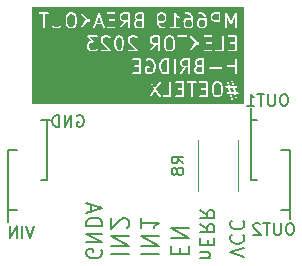
<source format=gbr>
%TF.GenerationSoftware,KiCad,Pcbnew,(7.0.0-rc1-145-gbd6d0b6cb6)*%
%TF.CreationDate,2023-03-28T23:28:49+02:00*%
%TF.ProjectId,2HBR_MINIMAL,32484252-5f4d-4494-9e49-4d414c2e6b69,rev?*%
%TF.SameCoordinates,Original*%
%TF.FileFunction,Legend,Bot*%
%TF.FilePolarity,Positive*%
%FSLAX46Y46*%
G04 Gerber Fmt 4.6, Leading zero omitted, Abs format (unit mm)*
G04 Created by KiCad (PCBNEW (7.0.0-rc1-145-gbd6d0b6cb6)) date 2023-03-28 23:28:49*
%MOMM*%
%LPD*%
G01*
G04 APERTURE LIST*
%ADD10C,0.150000*%
%ADD11C,0.200000*%
%ADD12C,0.120000*%
G04 APERTURE END LIST*
D10*
X126238000Y-106680000D02*
X125984000Y-106680000D01*
X125984000Y-106680000D02*
X125476000Y-106680000D01*
X125984000Y-111760000D02*
X125984000Y-106680000D01*
X125476000Y-111760000D02*
X125984000Y-111760000D01*
X122682000Y-114300000D02*
X122682000Y-115316000D01*
X143256000Y-106680000D02*
X143256000Y-105664000D01*
X146129428Y-104446380D02*
X145938952Y-104446380D01*
X145938952Y-104446380D02*
X145843714Y-104494000D01*
X145843714Y-104494000D02*
X145748476Y-104589238D01*
X145748476Y-104589238D02*
X145700857Y-104779714D01*
X145700857Y-104779714D02*
X145700857Y-105113047D01*
X145700857Y-105113047D02*
X145748476Y-105303523D01*
X145748476Y-105303523D02*
X145843714Y-105398761D01*
X145843714Y-105398761D02*
X145938952Y-105446380D01*
X145938952Y-105446380D02*
X146129428Y-105446380D01*
X146129428Y-105446380D02*
X146224666Y-105398761D01*
X146224666Y-105398761D02*
X146319904Y-105303523D01*
X146319904Y-105303523D02*
X146367523Y-105113047D01*
X146367523Y-105113047D02*
X146367523Y-104779714D01*
X146367523Y-104779714D02*
X146319904Y-104589238D01*
X146319904Y-104589238D02*
X146224666Y-104494000D01*
X146224666Y-104494000D02*
X146129428Y-104446380D01*
X145272285Y-104446380D02*
X145272285Y-105255904D01*
X145272285Y-105255904D02*
X145224666Y-105351142D01*
X145224666Y-105351142D02*
X145177047Y-105398761D01*
X145177047Y-105398761D02*
X145081809Y-105446380D01*
X145081809Y-105446380D02*
X144891333Y-105446380D01*
X144891333Y-105446380D02*
X144796095Y-105398761D01*
X144796095Y-105398761D02*
X144748476Y-105351142D01*
X144748476Y-105351142D02*
X144700857Y-105255904D01*
X144700857Y-105255904D02*
X144700857Y-104446380D01*
X144367523Y-104446380D02*
X143796095Y-104446380D01*
X144081809Y-105446380D02*
X144081809Y-104446380D01*
X142938952Y-105446380D02*
X143510380Y-105446380D01*
X143224666Y-105446380D02*
X143224666Y-104446380D01*
X143224666Y-104446380D02*
X143319904Y-104589238D01*
X143319904Y-104589238D02*
X143415142Y-104684476D01*
X143415142Y-104684476D02*
X143510380Y-104732095D01*
X143256000Y-106680000D02*
X143764000Y-106680000D01*
X143256000Y-111760000D02*
X143256000Y-106680000D01*
X143764000Y-111760000D02*
X143256000Y-111760000D01*
X146558000Y-114300000D02*
X146558000Y-115062000D01*
X146637428Y-115368380D02*
X146446952Y-115368380D01*
X146446952Y-115368380D02*
X146351714Y-115416000D01*
X146351714Y-115416000D02*
X146256476Y-115511238D01*
X146256476Y-115511238D02*
X146208857Y-115701714D01*
X146208857Y-115701714D02*
X146208857Y-116035047D01*
X146208857Y-116035047D02*
X146256476Y-116225523D01*
X146256476Y-116225523D02*
X146351714Y-116320761D01*
X146351714Y-116320761D02*
X146446952Y-116368380D01*
X146446952Y-116368380D02*
X146637428Y-116368380D01*
X146637428Y-116368380D02*
X146732666Y-116320761D01*
X146732666Y-116320761D02*
X146827904Y-116225523D01*
X146827904Y-116225523D02*
X146875523Y-116035047D01*
X146875523Y-116035047D02*
X146875523Y-115701714D01*
X146875523Y-115701714D02*
X146827904Y-115511238D01*
X146827904Y-115511238D02*
X146732666Y-115416000D01*
X146732666Y-115416000D02*
X146637428Y-115368380D01*
X145780285Y-115368380D02*
X145780285Y-116177904D01*
X145780285Y-116177904D02*
X145732666Y-116273142D01*
X145732666Y-116273142D02*
X145685047Y-116320761D01*
X145685047Y-116320761D02*
X145589809Y-116368380D01*
X145589809Y-116368380D02*
X145399333Y-116368380D01*
X145399333Y-116368380D02*
X145304095Y-116320761D01*
X145304095Y-116320761D02*
X145256476Y-116273142D01*
X145256476Y-116273142D02*
X145208857Y-116177904D01*
X145208857Y-116177904D02*
X145208857Y-115368380D01*
X144875523Y-115368380D02*
X144304095Y-115368380D01*
X144589809Y-116368380D02*
X144589809Y-115368380D01*
X144018380Y-115463619D02*
X143970761Y-115416000D01*
X143970761Y-115416000D02*
X143875523Y-115368380D01*
X143875523Y-115368380D02*
X143637428Y-115368380D01*
X143637428Y-115368380D02*
X143542190Y-115416000D01*
X143542190Y-115416000D02*
X143494571Y-115463619D01*
X143494571Y-115463619D02*
X143446952Y-115558857D01*
X143446952Y-115558857D02*
X143446952Y-115654095D01*
X143446952Y-115654095D02*
X143494571Y-115796952D01*
X143494571Y-115796952D02*
X144065999Y-116368380D01*
X144065999Y-116368380D02*
X143446952Y-116368380D01*
X146558000Y-109220000D02*
X145796000Y-109220000D01*
X146558000Y-114300000D02*
X146558000Y-109220000D01*
X145796000Y-114300000D02*
X146558000Y-114300000D01*
G36*
X141803646Y-104280142D02*
G01*
X141557305Y-104280142D01*
X141476353Y-103915857D01*
X141722694Y-103915857D01*
X141803646Y-104280142D01*
G37*
G36*
X140595573Y-103559639D02*
G01*
X140686562Y-103650628D01*
X140736428Y-103850092D01*
X140736428Y-104231626D01*
X140686562Y-104431084D01*
X140595573Y-104522074D01*
X140508009Y-104565857D01*
X140314847Y-104565857D01*
X140227283Y-104522074D01*
X140136293Y-104431084D01*
X140086428Y-104231623D01*
X140086428Y-103850092D01*
X140136293Y-103650628D01*
X140227283Y-103559639D01*
X140314847Y-103515857D01*
X140508008Y-103515857D01*
X140595573Y-103559639D01*
G37*
G36*
X137936428Y-102050428D02*
G01*
X137732569Y-102050428D01*
X137717656Y-102047678D01*
X137710944Y-102050428D01*
X137571990Y-102050428D01*
X137484426Y-102006645D01*
X137444496Y-101966715D01*
X137400714Y-101879152D01*
X137400714Y-101743134D01*
X137444495Y-101655569D01*
X137484426Y-101615639D01*
X137571990Y-101571857D01*
X137936428Y-101571857D01*
X137936428Y-102050428D01*
G37*
G36*
X139136428Y-102621857D02*
G01*
X138771990Y-102621857D01*
X138684426Y-102578074D01*
X138644496Y-102538144D01*
X138600714Y-102450580D01*
X138600714Y-102314563D01*
X138644496Y-102226997D01*
X138680513Y-102190980D01*
X138816986Y-102145489D01*
X138819819Y-102145999D01*
X138826363Y-102143285D01*
X139136428Y-102143285D01*
X139136428Y-102621857D01*
G37*
G36*
X139136428Y-101993285D02*
G01*
X138829133Y-101993285D01*
X138741568Y-101949501D01*
X138701640Y-101909574D01*
X138657857Y-101822009D01*
X138657857Y-101743134D01*
X138701638Y-101655569D01*
X138741569Y-101615639D01*
X138829133Y-101571857D01*
X139136428Y-101571857D01*
X139136428Y-101993285D01*
G37*
G36*
X136164999Y-102621857D02*
G01*
X135966455Y-102621857D01*
X135823369Y-102574161D01*
X135730210Y-102481002D01*
X135682191Y-102384964D01*
X135629285Y-102173337D01*
X135629285Y-102020377D01*
X135682192Y-101808748D01*
X135730210Y-101712711D01*
X135823369Y-101619552D01*
X135966457Y-101571857D01*
X136164999Y-101571857D01*
X136164999Y-102621857D01*
G37*
G36*
X135364999Y-100106428D02*
G01*
X135161140Y-100106428D01*
X135146227Y-100103678D01*
X135139515Y-100106428D01*
X135000561Y-100106428D01*
X134912997Y-100062645D01*
X134873067Y-100022715D01*
X134829285Y-99935152D01*
X134829285Y-99799134D01*
X134873066Y-99711569D01*
X134912997Y-99671639D01*
X135000561Y-99627857D01*
X135364999Y-99627857D01*
X135364999Y-100106428D01*
G37*
G36*
X136538430Y-99671639D02*
G01*
X136629419Y-99762628D01*
X136679285Y-99962092D01*
X136679285Y-100343626D01*
X136629419Y-100543084D01*
X136538430Y-100634074D01*
X136450866Y-100677857D01*
X136257704Y-100677857D01*
X136170140Y-100634074D01*
X136079150Y-100543084D01*
X136029285Y-100343623D01*
X136029285Y-99962092D01*
X136079150Y-99762628D01*
X136170140Y-99671639D01*
X136257704Y-99627857D01*
X136450865Y-99627857D01*
X136538430Y-99671639D01*
G37*
G36*
X132218430Y-99671639D02*
G01*
X132258359Y-99711568D01*
X132306377Y-99807604D01*
X132359285Y-100019235D01*
X132359285Y-100286483D01*
X132306377Y-100498110D01*
X132258359Y-100594145D01*
X132218431Y-100634073D01*
X132130866Y-100677857D01*
X132051989Y-100677857D01*
X131964425Y-100634075D01*
X131924496Y-100594143D01*
X131876477Y-100498107D01*
X131823571Y-100286480D01*
X131823571Y-100019235D01*
X131876478Y-99807605D01*
X131924496Y-99711568D01*
X131964425Y-99671639D01*
X132051990Y-99627857D01*
X132130865Y-99627857D01*
X132218430Y-99671639D01*
G37*
G36*
X132816428Y-98162428D02*
G01*
X132612569Y-98162428D01*
X132597656Y-98159678D01*
X132590944Y-98162428D01*
X132451990Y-98162428D01*
X132364426Y-98118645D01*
X132324496Y-98078715D01*
X132280714Y-97991152D01*
X132280714Y-97855134D01*
X132324495Y-97767569D01*
X132364426Y-97727639D01*
X132451990Y-97683857D01*
X132816428Y-97683857D01*
X132816428Y-98162428D01*
G37*
G36*
X130558800Y-98391000D02*
G01*
X130195485Y-98391000D01*
X130377143Y-97846027D01*
X130558800Y-98391000D01*
G37*
G36*
X139281286Y-98184781D02*
G01*
X139321216Y-98224711D01*
X139364999Y-98312276D01*
X139364999Y-98562581D01*
X139321217Y-98650143D01*
X139281286Y-98690074D01*
X139193723Y-98733857D01*
X139000561Y-98733857D01*
X138912997Y-98690074D01*
X138873067Y-98650144D01*
X138829285Y-98562580D01*
X138829285Y-98312277D01*
X138873067Y-98224711D01*
X138912997Y-98184781D01*
X139000560Y-98141000D01*
X139193722Y-98141000D01*
X139281286Y-98184781D01*
G37*
G36*
X138138429Y-98184781D02*
G01*
X138178359Y-98224711D01*
X138222142Y-98312276D01*
X138222142Y-98562581D01*
X138178360Y-98650143D01*
X138138429Y-98690074D01*
X138050866Y-98733857D01*
X137857704Y-98733857D01*
X137770140Y-98690074D01*
X137730210Y-98650144D01*
X137686428Y-98562580D01*
X137686428Y-98312277D01*
X137730210Y-98224711D01*
X137770140Y-98184781D01*
X137857703Y-98141000D01*
X138050865Y-98141000D01*
X138138429Y-98184781D01*
G37*
G36*
X135852713Y-97727638D02*
G01*
X135892645Y-97767569D01*
X135936428Y-97855133D01*
X135936428Y-98105438D01*
X135892646Y-98193000D01*
X135852715Y-98232931D01*
X135765152Y-98276714D01*
X135571990Y-98276714D01*
X135484426Y-98232931D01*
X135444496Y-98193001D01*
X135400714Y-98105437D01*
X135400714Y-97855134D01*
X135444495Y-97767569D01*
X135484426Y-97727639D01*
X135571990Y-97683857D01*
X135765153Y-97683857D01*
X135852713Y-97727638D01*
G37*
G36*
X134016428Y-98733857D02*
G01*
X133651990Y-98733857D01*
X133564426Y-98690074D01*
X133524496Y-98650144D01*
X133480714Y-98562580D01*
X133480714Y-98426563D01*
X133524496Y-98338997D01*
X133560513Y-98302980D01*
X133696986Y-98257489D01*
X133699819Y-98257999D01*
X133706363Y-98255285D01*
X134016428Y-98255285D01*
X134016428Y-98733857D01*
G37*
G36*
X134016428Y-98105285D02*
G01*
X133709133Y-98105285D01*
X133621568Y-98061501D01*
X133581640Y-98021574D01*
X133537857Y-97934009D01*
X133537857Y-97855134D01*
X133581638Y-97767569D01*
X133621569Y-97727639D01*
X133709133Y-97683857D01*
X134016428Y-97683857D01*
X134016428Y-98105285D01*
G37*
G36*
X128218431Y-97727639D02*
G01*
X128309420Y-97818628D01*
X128359286Y-98018092D01*
X128359286Y-98399626D01*
X128309420Y-98599084D01*
X128218431Y-98690074D01*
X128130867Y-98733857D01*
X127937705Y-98733857D01*
X127850141Y-98690074D01*
X127759151Y-98599084D01*
X127709286Y-98399623D01*
X127709286Y-98018092D01*
X127759151Y-97818628D01*
X127850141Y-97727639D01*
X127937705Y-97683857D01*
X128130866Y-97683857D01*
X128218431Y-97727639D01*
G37*
G36*
X140507856Y-98162428D02*
G01*
X140143418Y-98162428D01*
X140055854Y-98118645D01*
X140015924Y-98078715D01*
X139972142Y-97991152D01*
X139972142Y-97855134D01*
X140015923Y-97767569D01*
X140055854Y-97727639D01*
X140143418Y-97683857D01*
X140507856Y-97683857D01*
X140507856Y-98162428D01*
G37*
G36*
X142636429Y-105298429D02*
G01*
X124702857Y-105298429D01*
X124702857Y-104639544D01*
X134676130Y-104639544D01*
X134687827Y-104682006D01*
X134720624Y-104711403D01*
X134764108Y-104718404D01*
X134804473Y-104700783D01*
X135154285Y-104176065D01*
X135497862Y-104691431D01*
X135523014Y-104712495D01*
X135566708Y-104718030D01*
X135606458Y-104699063D01*
X135629645Y-104661616D01*
X135629483Y-104651981D01*
X135762630Y-104651981D01*
X135780926Y-104692045D01*
X135817978Y-104715857D01*
X136406068Y-104715857D01*
X136422552Y-104718227D01*
X136437704Y-104711307D01*
X136453688Y-104706614D01*
X136457424Y-104702301D01*
X136462616Y-104699931D01*
X136471623Y-104685914D01*
X136482530Y-104673328D01*
X136483341Y-104667681D01*
X136486428Y-104662879D01*
X136486428Y-104651981D01*
X136848344Y-104651981D01*
X136866640Y-104692045D01*
X136903692Y-104715857D01*
X137491782Y-104715857D01*
X137508266Y-104718227D01*
X137523418Y-104711307D01*
X137539402Y-104706614D01*
X137543138Y-104702301D01*
X137548330Y-104699931D01*
X137557337Y-104685914D01*
X137568244Y-104673328D01*
X137569055Y-104667681D01*
X137572142Y-104662879D01*
X137572142Y-104646217D01*
X137574512Y-104629733D01*
X137572142Y-104624543D01*
X137572142Y-104017645D01*
X137574512Y-104001161D01*
X137572142Y-103995971D01*
X137572142Y-103451981D01*
X137819773Y-103451981D01*
X137838069Y-103492045D01*
X137875121Y-103515857D01*
X138165000Y-103515857D01*
X138165000Y-104651639D01*
X138174243Y-104683117D01*
X138207529Y-104711959D01*
X138251124Y-104718227D01*
X138291188Y-104699931D01*
X138315000Y-104662879D01*
X138315000Y-104651981D01*
X138848344Y-104651981D01*
X138866640Y-104692045D01*
X138903692Y-104715857D01*
X139491782Y-104715857D01*
X139508266Y-104718227D01*
X139523418Y-104711307D01*
X139539402Y-104706614D01*
X139543138Y-104702301D01*
X139548330Y-104699931D01*
X139557337Y-104685914D01*
X139568244Y-104673328D01*
X139569055Y-104667681D01*
X139572142Y-104662879D01*
X139572142Y-104646217D01*
X139574512Y-104629733D01*
X139572142Y-104624543D01*
X139572142Y-104237683D01*
X139933326Y-104237683D01*
X139936428Y-104250091D01*
X139936428Y-104251639D01*
X139939032Y-104260508D01*
X139995533Y-104486513D01*
X139999966Y-104506889D01*
X140008744Y-104515667D01*
X140015027Y-104526375D01*
X140023997Y-104530920D01*
X140123176Y-104630099D01*
X140129619Y-104640947D01*
X140148101Y-104650188D01*
X140166242Y-104660094D01*
X140167703Y-104659989D01*
X140259989Y-104706133D01*
X140275120Y-104715857D01*
X140290450Y-104715857D01*
X140305533Y-104718571D01*
X140312077Y-104715857D01*
X140521674Y-104715857D01*
X140539558Y-104717788D01*
X140553271Y-104710931D01*
X140567974Y-104706614D01*
X140572612Y-104701260D01*
X140665130Y-104655001D01*
X140677461Y-104652319D01*
X140692083Y-104637696D01*
X140707206Y-104623629D01*
X140707568Y-104622211D01*
X140806498Y-104523280D01*
X140821705Y-104508983D01*
X140824716Y-104496936D01*
X140830665Y-104486043D01*
X140829947Y-104476013D01*
X140881195Y-104271020D01*
X140886428Y-104262879D01*
X140886428Y-104250091D01*
X140886804Y-104248587D01*
X140886428Y-104239341D01*
X140886428Y-103853201D01*
X140886841Y-103851981D01*
X141076915Y-103851981D01*
X141095211Y-103892045D01*
X141132263Y-103915857D01*
X141322694Y-103915857D01*
X141403646Y-104280142D01*
X141257789Y-104280142D01*
X141226311Y-104289385D01*
X141197469Y-104322671D01*
X141191201Y-104366266D01*
X141209497Y-104406330D01*
X141246549Y-104430142D01*
X141436980Y-104430142D01*
X141540553Y-104896223D01*
X141556404Y-104924946D01*
X141595154Y-104945881D01*
X141639071Y-104942542D01*
X141674212Y-104915991D01*
X141689419Y-104874656D01*
X141590638Y-104430142D01*
X141836980Y-104430142D01*
X141940553Y-104896223D01*
X141956404Y-104924946D01*
X141995154Y-104945881D01*
X142039071Y-104942542D01*
X142074212Y-104915991D01*
X142089419Y-104874656D01*
X141990638Y-104430142D01*
X142136496Y-104430142D01*
X142167974Y-104420899D01*
X142196816Y-104387613D01*
X142203084Y-104344018D01*
X142184788Y-104303954D01*
X142147736Y-104280142D01*
X141957305Y-104280142D01*
X141876353Y-103915857D01*
X142022210Y-103915857D01*
X142053688Y-103906614D01*
X142082530Y-103873328D01*
X142088798Y-103829733D01*
X142070502Y-103789669D01*
X142033450Y-103765857D01*
X141843019Y-103765857D01*
X141739446Y-103299776D01*
X141723595Y-103271053D01*
X141684845Y-103250118D01*
X141640928Y-103253457D01*
X141605787Y-103280008D01*
X141590580Y-103321343D01*
X141689361Y-103765857D01*
X141443019Y-103765857D01*
X141339446Y-103299776D01*
X141323595Y-103271053D01*
X141284845Y-103250118D01*
X141240928Y-103253457D01*
X141205787Y-103280008D01*
X141190580Y-103321343D01*
X141289361Y-103765857D01*
X141143503Y-103765857D01*
X141112025Y-103775100D01*
X141083183Y-103808386D01*
X141076915Y-103851981D01*
X140886841Y-103851981D01*
X140889530Y-103844032D01*
X140886428Y-103831624D01*
X140886428Y-103830075D01*
X140883822Y-103821200D01*
X140827324Y-103595207D01*
X140822890Y-103574824D01*
X140814110Y-103566044D01*
X140807829Y-103555338D01*
X140798858Y-103550792D01*
X140699681Y-103451615D01*
X140693238Y-103440767D01*
X140674756Y-103431526D01*
X140656615Y-103421620D01*
X140655153Y-103421724D01*
X140562866Y-103375580D01*
X140547736Y-103365857D01*
X140532406Y-103365857D01*
X140517323Y-103363143D01*
X140510779Y-103365857D01*
X140301182Y-103365857D01*
X140283298Y-103363926D01*
X140269584Y-103370782D01*
X140254882Y-103375100D01*
X140250243Y-103380453D01*
X140157726Y-103426712D01*
X140145396Y-103429395D01*
X140130770Y-103444020D01*
X140115651Y-103458085D01*
X140115288Y-103459502D01*
X140016351Y-103558438D01*
X140001152Y-103572730D01*
X139998140Y-103584775D01*
X139992192Y-103595670D01*
X139992909Y-103605700D01*
X139941660Y-103810693D01*
X139936428Y-103818835D01*
X139936428Y-103831623D01*
X139936052Y-103833127D01*
X139936428Y-103842373D01*
X139936428Y-104228514D01*
X139933326Y-104237683D01*
X139572142Y-104237683D01*
X139572142Y-104017645D01*
X139574512Y-104001161D01*
X139572142Y-103995971D01*
X139572142Y-103446217D01*
X139574512Y-103429733D01*
X139567592Y-103414580D01*
X139562899Y-103398597D01*
X139558586Y-103394860D01*
X139556216Y-103389669D01*
X139542199Y-103380661D01*
X139529613Y-103369755D01*
X139523966Y-103368943D01*
X139519164Y-103365857D01*
X139502502Y-103365857D01*
X139486018Y-103363487D01*
X139480828Y-103365857D01*
X138914932Y-103365857D01*
X138883454Y-103375100D01*
X138854612Y-103408386D01*
X138848344Y-103451981D01*
X138866640Y-103492045D01*
X138903692Y-103515857D01*
X139422142Y-103515857D01*
X139422142Y-103937285D01*
X139086360Y-103937285D01*
X139054882Y-103946528D01*
X139026040Y-103979814D01*
X139019772Y-104023409D01*
X139038068Y-104063473D01*
X139075120Y-104087285D01*
X139422142Y-104087285D01*
X139422142Y-104565857D01*
X138914932Y-104565857D01*
X138883454Y-104575100D01*
X138854612Y-104608386D01*
X138848344Y-104651981D01*
X138315000Y-104651981D01*
X138315000Y-103515857D01*
X138593639Y-103515857D01*
X138625117Y-103506614D01*
X138653959Y-103473328D01*
X138660227Y-103429733D01*
X138641931Y-103389669D01*
X138604879Y-103365857D01*
X138245360Y-103365857D01*
X138228876Y-103363487D01*
X138223686Y-103365857D01*
X137886361Y-103365857D01*
X137854883Y-103375100D01*
X137826041Y-103408386D01*
X137819773Y-103451981D01*
X137572142Y-103451981D01*
X137572142Y-103446217D01*
X137574512Y-103429733D01*
X137567592Y-103414580D01*
X137562899Y-103398597D01*
X137558586Y-103394860D01*
X137556216Y-103389669D01*
X137542199Y-103380661D01*
X137529613Y-103369755D01*
X137523966Y-103368943D01*
X137519164Y-103365857D01*
X137502502Y-103365857D01*
X137486018Y-103363487D01*
X137480828Y-103365857D01*
X136914932Y-103365857D01*
X136883454Y-103375100D01*
X136854612Y-103408386D01*
X136848344Y-103451981D01*
X136866640Y-103492045D01*
X136903692Y-103515857D01*
X137422142Y-103515857D01*
X137422142Y-103937285D01*
X137086360Y-103937285D01*
X137054882Y-103946528D01*
X137026040Y-103979814D01*
X137019772Y-104023409D01*
X137038068Y-104063473D01*
X137075120Y-104087285D01*
X137422142Y-104087285D01*
X137422142Y-104565857D01*
X136914932Y-104565857D01*
X136883454Y-104575100D01*
X136854612Y-104608386D01*
X136848344Y-104651981D01*
X136486428Y-104651981D01*
X136486428Y-104646217D01*
X136488798Y-104629733D01*
X136486428Y-104624543D01*
X136486428Y-103430075D01*
X136477185Y-103398597D01*
X136443899Y-103369755D01*
X136400304Y-103363487D01*
X136360240Y-103381783D01*
X136336428Y-103418835D01*
X136336428Y-104565857D01*
X135829218Y-104565857D01*
X135797740Y-104575100D01*
X135768898Y-104608386D01*
X135762630Y-104651981D01*
X135629483Y-104651981D01*
X135628905Y-104617578D01*
X135244424Y-104040856D01*
X135622670Y-103473488D01*
X135632440Y-103442170D01*
X135620743Y-103399708D01*
X135587947Y-103370310D01*
X135544463Y-103363310D01*
X135504097Y-103380931D01*
X135154285Y-103905648D01*
X134810708Y-103390283D01*
X134785557Y-103369219D01*
X134741862Y-103363685D01*
X134702112Y-103382652D01*
X134678926Y-103420098D01*
X134679666Y-103464136D01*
X135064146Y-104040856D01*
X134685900Y-104608226D01*
X134676130Y-104639544D01*
X124702857Y-104639544D01*
X124702857Y-102707981D01*
X133191201Y-102707981D01*
X133209497Y-102748045D01*
X133246549Y-102771857D01*
X133834639Y-102771857D01*
X133851123Y-102774227D01*
X133866275Y-102767307D01*
X133882259Y-102762614D01*
X133885995Y-102758301D01*
X133891187Y-102755931D01*
X133900194Y-102741914D01*
X133911101Y-102729328D01*
X133911912Y-102723681D01*
X133914999Y-102718879D01*
X133914999Y-102702217D01*
X133917369Y-102685733D01*
X133914999Y-102680543D01*
X133914999Y-102576995D01*
X134276318Y-102576995D01*
X134279285Y-102590634D01*
X134279285Y-102593353D01*
X134281566Y-102601124D01*
X134285680Y-102620032D01*
X134287716Y-102622068D01*
X134288528Y-102624831D01*
X134303141Y-102637493D01*
X134355540Y-102689892D01*
X134366819Y-102703901D01*
X134381362Y-102708749D01*
X134394813Y-102716093D01*
X134401878Y-102715587D01*
X134550219Y-102765035D01*
X134560834Y-102771857D01*
X134581513Y-102771857D01*
X134602153Y-102772603D01*
X134603412Y-102771857D01*
X134687740Y-102771857D01*
X134699967Y-102774972D01*
X134719579Y-102768434D01*
X134739402Y-102762614D01*
X134740360Y-102761507D01*
X134888461Y-102712141D01*
X134906032Y-102708319D01*
X134916870Y-102697480D01*
X134929457Y-102688733D01*
X134932165Y-102682185D01*
X135029240Y-102585109D01*
X135040090Y-102578666D01*
X135049340Y-102560165D01*
X135059236Y-102542043D01*
X135059131Y-102540582D01*
X135101106Y-102456632D01*
X135107419Y-102450697D01*
X135110763Y-102437317D01*
X135111903Y-102435039D01*
X135113365Y-102426909D01*
X135166909Y-102212734D01*
X135172142Y-102204593D01*
X135172142Y-102191805D01*
X135172518Y-102190301D01*
X135172142Y-102181055D01*
X135172142Y-102179397D01*
X135476183Y-102179397D01*
X135479285Y-102191805D01*
X135479285Y-102193353D01*
X135481889Y-102202222D01*
X135535426Y-102416372D01*
X135534497Y-102424986D01*
X135540663Y-102437318D01*
X135541282Y-102439793D01*
X135545466Y-102446925D01*
X135597283Y-102550558D01*
X135599966Y-102562889D01*
X135614591Y-102577514D01*
X135628656Y-102592634D01*
X135630073Y-102592996D01*
X135726968Y-102689892D01*
X135738247Y-102703901D01*
X135752790Y-102708748D01*
X135766241Y-102716093D01*
X135773306Y-102715587D01*
X135921647Y-102765034D01*
X135932263Y-102771857D01*
X135952943Y-102771857D01*
X135973582Y-102772603D01*
X135974841Y-102771857D01*
X136234639Y-102771857D01*
X136251123Y-102774227D01*
X136266275Y-102767307D01*
X136282259Y-102762614D01*
X136285995Y-102758301D01*
X136291187Y-102755931D01*
X136300194Y-102741914D01*
X136311101Y-102729328D01*
X136311912Y-102723681D01*
X136314999Y-102718879D01*
X136314999Y-102707639D01*
X136736428Y-102707639D01*
X136745671Y-102739117D01*
X136778957Y-102767959D01*
X136822552Y-102774227D01*
X136862616Y-102755931D01*
X136886428Y-102718879D01*
X136886428Y-102693769D01*
X137247609Y-102693769D01*
X137258338Y-102736485D01*
X137290458Y-102766620D01*
X137333772Y-102774607D01*
X137374528Y-102757908D01*
X137764764Y-102200428D01*
X137936428Y-102200428D01*
X137936428Y-102707639D01*
X137945671Y-102739117D01*
X137978957Y-102767959D01*
X138022552Y-102774227D01*
X138062616Y-102755931D01*
X138086428Y-102718879D01*
X138086428Y-102305248D01*
X138448000Y-102305248D01*
X138450714Y-102311792D01*
X138450714Y-102464245D01*
X138448783Y-102482129D01*
X138455639Y-102495842D01*
X138459957Y-102510545D01*
X138465310Y-102515183D01*
X138511569Y-102607701D01*
X138514252Y-102620032D01*
X138528876Y-102634656D01*
X138542942Y-102649777D01*
X138544359Y-102650139D01*
X138580319Y-102686099D01*
X138586762Y-102696947D01*
X138605253Y-102706192D01*
X138623385Y-102716093D01*
X138624844Y-102715988D01*
X138717132Y-102762133D01*
X138732263Y-102771857D01*
X138747593Y-102771857D01*
X138762676Y-102774571D01*
X138769220Y-102771857D01*
X139206068Y-102771857D01*
X139222552Y-102774227D01*
X139237704Y-102767307D01*
X139253688Y-102762614D01*
X139257424Y-102758301D01*
X139262616Y-102755931D01*
X139271623Y-102741914D01*
X139282530Y-102729328D01*
X139283341Y-102723681D01*
X139286428Y-102718879D01*
X139286428Y-102702217D01*
X139288798Y-102685733D01*
X139286428Y-102680543D01*
X139286428Y-102250838D01*
X139705487Y-102250838D01*
X139723783Y-102290902D01*
X139760835Y-102314714D01*
X140707924Y-102314714D01*
X140739402Y-102305471D01*
X140768244Y-102272185D01*
X140774512Y-102228590D01*
X140756216Y-102188526D01*
X140719164Y-102164714D01*
X139772075Y-102164714D01*
X139740597Y-102173957D01*
X139711755Y-102207243D01*
X139705487Y-102250838D01*
X139286428Y-102250838D01*
X139286428Y-102079409D01*
X141191201Y-102079409D01*
X141193571Y-102084599D01*
X141193571Y-102707639D01*
X141202814Y-102739117D01*
X141236100Y-102767959D01*
X141279695Y-102774227D01*
X141319759Y-102755931D01*
X141343571Y-102718879D01*
X141343571Y-102143285D01*
X141879285Y-102143285D01*
X141879285Y-102707639D01*
X141888528Y-102739117D01*
X141921814Y-102767959D01*
X141965409Y-102774227D01*
X142005473Y-102755931D01*
X142029285Y-102718879D01*
X142029285Y-102073645D01*
X142031655Y-102057161D01*
X142029285Y-102051971D01*
X142029285Y-101486075D01*
X142020042Y-101454597D01*
X141986756Y-101425755D01*
X141943161Y-101419487D01*
X141903097Y-101437783D01*
X141879285Y-101474835D01*
X141879285Y-101993285D01*
X141343571Y-101993285D01*
X141343571Y-101486075D01*
X141334328Y-101454597D01*
X141301042Y-101425755D01*
X141257447Y-101419487D01*
X141217383Y-101437783D01*
X141193571Y-101474835D01*
X141193571Y-102062925D01*
X141191201Y-102079409D01*
X139286428Y-102079409D01*
X139286428Y-102073645D01*
X139288798Y-102057161D01*
X139286428Y-102051971D01*
X139286428Y-101502217D01*
X139288798Y-101485733D01*
X139281878Y-101470580D01*
X139277185Y-101454597D01*
X139272872Y-101450860D01*
X139270502Y-101445669D01*
X139256485Y-101436661D01*
X139243899Y-101425755D01*
X139238252Y-101424943D01*
X139233450Y-101421857D01*
X139216788Y-101421857D01*
X139200304Y-101419487D01*
X139195114Y-101421857D01*
X138815468Y-101421857D01*
X138797584Y-101419926D01*
X138783870Y-101426782D01*
X138769168Y-101431100D01*
X138764529Y-101436453D01*
X138672011Y-101482713D01*
X138659683Y-101485395D01*
X138645064Y-101500013D01*
X138629937Y-101514085D01*
X138629574Y-101515502D01*
X138593614Y-101551461D01*
X138582767Y-101557904D01*
X138573528Y-101576381D01*
X138563621Y-101594526D01*
X138563725Y-101595986D01*
X138517580Y-101688275D01*
X138507857Y-101703406D01*
X138507857Y-101718736D01*
X138505143Y-101733819D01*
X138507857Y-101740363D01*
X138507857Y-101835674D01*
X138505926Y-101853558D01*
X138512782Y-101867271D01*
X138517100Y-101881974D01*
X138522453Y-101886612D01*
X138568712Y-101979129D01*
X138571395Y-101991462D01*
X138586027Y-102006094D01*
X138600085Y-102021206D01*
X138601502Y-102021568D01*
X138629728Y-102049794D01*
X138620109Y-102053000D01*
X138602539Y-102056823D01*
X138591700Y-102067661D01*
X138579114Y-102076409D01*
X138576405Y-102082956D01*
X138536472Y-102122889D01*
X138525624Y-102129333D01*
X138516383Y-102147814D01*
X138506477Y-102165956D01*
X138506581Y-102167417D01*
X138460437Y-102259704D01*
X138450714Y-102274835D01*
X138450714Y-102290165D01*
X138448000Y-102305248D01*
X138086428Y-102305248D01*
X138086428Y-102130788D01*
X138088798Y-102114304D01*
X138086428Y-102109114D01*
X138086428Y-101502217D01*
X138088798Y-101485733D01*
X138081878Y-101470580D01*
X138077185Y-101454597D01*
X138072872Y-101450860D01*
X138070502Y-101445669D01*
X138056485Y-101436661D01*
X138043899Y-101425755D01*
X138038252Y-101424943D01*
X138033450Y-101421857D01*
X138016788Y-101421857D01*
X138000304Y-101419487D01*
X137995114Y-101421857D01*
X137558325Y-101421857D01*
X137540441Y-101419926D01*
X137526727Y-101426782D01*
X137512025Y-101431100D01*
X137507386Y-101436453D01*
X137414868Y-101482713D01*
X137402540Y-101485395D01*
X137387921Y-101500013D01*
X137372794Y-101514085D01*
X137372431Y-101515502D01*
X137336471Y-101551461D01*
X137325624Y-101557904D01*
X137316385Y-101576381D01*
X137306478Y-101594526D01*
X137306582Y-101595986D01*
X137260437Y-101688275D01*
X137250714Y-101703406D01*
X137250714Y-101718736D01*
X137248000Y-101733819D01*
X137250714Y-101740363D01*
X137250714Y-101892817D01*
X137248783Y-101910701D01*
X137255639Y-101924414D01*
X137259957Y-101939117D01*
X137265310Y-101943755D01*
X137311569Y-102036272D01*
X137314252Y-102048603D01*
X137328876Y-102063227D01*
X137342942Y-102078348D01*
X137344359Y-102078710D01*
X137380319Y-102114670D01*
X137386762Y-102125518D01*
X137405253Y-102134763D01*
X137423385Y-102144664D01*
X137424844Y-102144559D01*
X137517132Y-102190704D01*
X137532263Y-102200428D01*
X137547593Y-102200428D01*
X137562676Y-102203142D01*
X137569220Y-102200428D01*
X137581665Y-102200428D01*
X137258089Y-102662680D01*
X137247609Y-102693769D01*
X136886428Y-102693769D01*
X136886428Y-101486075D01*
X136877185Y-101454597D01*
X136843899Y-101425755D01*
X136800304Y-101419487D01*
X136760240Y-101437783D01*
X136736428Y-101474835D01*
X136736428Y-102707639D01*
X136314999Y-102707639D01*
X136314999Y-102702217D01*
X136317369Y-102685733D01*
X136314999Y-102680543D01*
X136314999Y-101502217D01*
X136317369Y-101485733D01*
X136310449Y-101470580D01*
X136305756Y-101454597D01*
X136301443Y-101450860D01*
X136299073Y-101445669D01*
X136285056Y-101436661D01*
X136272470Y-101425755D01*
X136266823Y-101424943D01*
X136262021Y-101421857D01*
X136245359Y-101421857D01*
X136228875Y-101419487D01*
X136223685Y-101421857D01*
X135963687Y-101421857D01*
X135951460Y-101418742D01*
X135931847Y-101425279D01*
X135912025Y-101431100D01*
X135911066Y-101432206D01*
X135762965Y-101481572D01*
X135745395Y-101485395D01*
X135734556Y-101496233D01*
X135721970Y-101504981D01*
X135719261Y-101511528D01*
X135622186Y-101608603D01*
X135611338Y-101615047D01*
X135602097Y-101633528D01*
X135592191Y-101651670D01*
X135592295Y-101653131D01*
X135550320Y-101737081D01*
X135544009Y-101743016D01*
X135540664Y-101756392D01*
X135539524Y-101758674D01*
X135538058Y-101766816D01*
X135484517Y-101980977D01*
X135479285Y-101989120D01*
X135479285Y-102001908D01*
X135478909Y-102003412D01*
X135479285Y-102012658D01*
X135479285Y-102170228D01*
X135476183Y-102179397D01*
X135172142Y-102179397D01*
X135172142Y-102023486D01*
X135175244Y-102014317D01*
X135172142Y-102001909D01*
X135172142Y-102000360D01*
X135169535Y-101991484D01*
X135115999Y-101777340D01*
X135116930Y-101768727D01*
X135110763Y-101756393D01*
X135110145Y-101753921D01*
X135105962Y-101746792D01*
X135054143Y-101643154D01*
X135051461Y-101630824D01*
X135036841Y-101616204D01*
X135022772Y-101601079D01*
X135021353Y-101600716D01*
X134924458Y-101503821D01*
X134913180Y-101489813D01*
X134898638Y-101484965D01*
X134885186Y-101477620D01*
X134878118Y-101478125D01*
X134729779Y-101428679D01*
X134719164Y-101421857D01*
X134698484Y-101421857D01*
X134677845Y-101421111D01*
X134676586Y-101421857D01*
X134529755Y-101421857D01*
X134511870Y-101419926D01*
X134498156Y-101426782D01*
X134483454Y-101431100D01*
X134478815Y-101436453D01*
X134368243Y-101491740D01*
X134344222Y-101514084D01*
X134333311Y-101556755D01*
X134347201Y-101598551D01*
X134381483Y-101626203D01*
X134425272Y-101630931D01*
X134543419Y-101571857D01*
X134684972Y-101571857D01*
X134828057Y-101619552D01*
X134921216Y-101712711D01*
X134969234Y-101808747D01*
X135022142Y-102020377D01*
X135022142Y-102173340D01*
X134969234Y-102384967D01*
X134921216Y-102481001D01*
X134828056Y-102574161D01*
X134684970Y-102621857D01*
X134595026Y-102621857D01*
X134451941Y-102574161D01*
X134429285Y-102551505D01*
X134429285Y-102257571D01*
X134593638Y-102257571D01*
X134625116Y-102248328D01*
X134653958Y-102215042D01*
X134660226Y-102171447D01*
X134641930Y-102131383D01*
X134604878Y-102107571D01*
X134359645Y-102107571D01*
X134343161Y-102105201D01*
X134328008Y-102112120D01*
X134312025Y-102116814D01*
X134308288Y-102121126D01*
X134303097Y-102123497D01*
X134294089Y-102137513D01*
X134283183Y-102150100D01*
X134282371Y-102155746D01*
X134279285Y-102160549D01*
X134279285Y-102177211D01*
X134276915Y-102193695D01*
X134279285Y-102198885D01*
X134279285Y-102569040D01*
X134276318Y-102576995D01*
X133914999Y-102576995D01*
X133914999Y-102073645D01*
X133917369Y-102057161D01*
X133914999Y-102051971D01*
X133914999Y-101502217D01*
X133917369Y-101485733D01*
X133910449Y-101470580D01*
X133905756Y-101454597D01*
X133901443Y-101450860D01*
X133899073Y-101445669D01*
X133885056Y-101436661D01*
X133872470Y-101425755D01*
X133866823Y-101424943D01*
X133862021Y-101421857D01*
X133845359Y-101421857D01*
X133828875Y-101419487D01*
X133823685Y-101421857D01*
X133257789Y-101421857D01*
X133226311Y-101431100D01*
X133197469Y-101464386D01*
X133191201Y-101507981D01*
X133209497Y-101548045D01*
X133246549Y-101571857D01*
X133764999Y-101571857D01*
X133764999Y-101993285D01*
X133429217Y-101993285D01*
X133397739Y-102002528D01*
X133368897Y-102035814D01*
X133362629Y-102079409D01*
X133380925Y-102119473D01*
X133417977Y-102143285D01*
X133764999Y-102143285D01*
X133764999Y-102621857D01*
X133257789Y-102621857D01*
X133226311Y-102631100D01*
X133197469Y-102664386D01*
X133191201Y-102707981D01*
X124702857Y-102707981D01*
X124702857Y-100246962D01*
X129385143Y-100246962D01*
X129387857Y-100253506D01*
X129387857Y-100520245D01*
X129385926Y-100538129D01*
X129392782Y-100551842D01*
X129397100Y-100566545D01*
X129402453Y-100571183D01*
X129448712Y-100663701D01*
X129451395Y-100676032D01*
X129466019Y-100690656D01*
X129480085Y-100705777D01*
X129481502Y-100706139D01*
X129517462Y-100742099D01*
X129523905Y-100752947D01*
X129542396Y-100762192D01*
X129560528Y-100772093D01*
X129561987Y-100771988D01*
X129654275Y-100818133D01*
X129669406Y-100827857D01*
X129684736Y-100827857D01*
X129699819Y-100830571D01*
X129706363Y-100827857D01*
X130030245Y-100827857D01*
X130048129Y-100829788D01*
X130061842Y-100822931D01*
X130076545Y-100818614D01*
X130081183Y-100813260D01*
X130173701Y-100767001D01*
X130186032Y-100764319D01*
X130200656Y-100749694D01*
X130215777Y-100735629D01*
X130216139Y-100734211D01*
X130266371Y-100683980D01*
X130282093Y-100655186D01*
X130278951Y-100611255D01*
X130252557Y-100575997D01*
X130211290Y-100560604D01*
X130168253Y-100569966D01*
X130104144Y-100634074D01*
X130016580Y-100677857D01*
X129709133Y-100677857D01*
X129621569Y-100634074D01*
X129581639Y-100594144D01*
X129537857Y-100506580D01*
X129537857Y-100256277D01*
X129581639Y-100168711D01*
X129621569Y-100128781D01*
X129709132Y-100085000D01*
X129841033Y-100085000D01*
X129841198Y-100085105D01*
X129862909Y-100085000D01*
X129873639Y-100085000D01*
X129873818Y-100084947D01*
X129885241Y-100084892D01*
X129894510Y-100078871D01*
X129905117Y-100075757D01*
X129912597Y-100067123D01*
X129922177Y-100060902D01*
X129926720Y-100050825D01*
X129933959Y-100042471D01*
X129935584Y-100031164D01*
X129940280Y-100020750D01*
X129938654Y-100009815D01*
X129940227Y-99998876D01*
X129935482Y-99988486D01*
X129933802Y-99977185D01*
X129926521Y-99968864D01*
X129921931Y-99958812D01*
X129912322Y-99952636D01*
X129864987Y-99898539D01*
X130527599Y-99898539D01*
X130534136Y-99918150D01*
X130539957Y-99937974D01*
X130541063Y-99938932D01*
X130590429Y-100087032D01*
X130594252Y-100104603D01*
X130605090Y-100115441D01*
X130613838Y-100128028D01*
X130620385Y-100130736D01*
X131167505Y-100677857D01*
X130594932Y-100677857D01*
X130563454Y-100687100D01*
X130534612Y-100720386D01*
X130528344Y-100763981D01*
X130546640Y-100804045D01*
X130583692Y-100827857D01*
X131329429Y-100827857D01*
X131331956Y-100829237D01*
X131351245Y-100827857D01*
X131359353Y-100827857D01*
X131361964Y-100827090D01*
X131375887Y-100826094D01*
X131382683Y-100821006D01*
X131390831Y-100818614D01*
X131399971Y-100808064D01*
X131411146Y-100799700D01*
X131414113Y-100791744D01*
X131419673Y-100785328D01*
X131421659Y-100771513D01*
X131426538Y-100758433D01*
X131424732Y-100750135D01*
X131425941Y-100741733D01*
X131420143Y-100729038D01*
X131417176Y-100715396D01*
X131411171Y-100709391D01*
X131407645Y-100701669D01*
X131395902Y-100694122D01*
X130994321Y-100292540D01*
X131670469Y-100292540D01*
X131673571Y-100304948D01*
X131673571Y-100306496D01*
X131676175Y-100315365D01*
X131729712Y-100529515D01*
X131728783Y-100538129D01*
X131734949Y-100550461D01*
X131735568Y-100552936D01*
X131739752Y-100560068D01*
X131791569Y-100663701D01*
X131794252Y-100676032D01*
X131808878Y-100690658D01*
X131822942Y-100705777D01*
X131824358Y-100706139D01*
X131860316Y-100742097D01*
X131866761Y-100752948D01*
X131885261Y-100762198D01*
X131903384Y-100772094D01*
X131904844Y-100771989D01*
X131997133Y-100818133D01*
X132012263Y-100827857D01*
X132027593Y-100827857D01*
X132042676Y-100830571D01*
X132049220Y-100827857D01*
X132144531Y-100827857D01*
X132162415Y-100829788D01*
X132176128Y-100822931D01*
X132190831Y-100818614D01*
X132195469Y-100813260D01*
X132287986Y-100767001D01*
X132300319Y-100764319D01*
X132314951Y-100749686D01*
X132330063Y-100735629D01*
X132330425Y-100734211D01*
X132366383Y-100698252D01*
X132377233Y-100691809D01*
X132386482Y-100673310D01*
X132396379Y-100655185D01*
X132396274Y-100653725D01*
X132438249Y-100569775D01*
X132444562Y-100563840D01*
X132447906Y-100550460D01*
X132449046Y-100548182D01*
X132450508Y-100540052D01*
X132504052Y-100325877D01*
X132509285Y-100317736D01*
X132509285Y-100304948D01*
X132509661Y-100303444D01*
X132509285Y-100294198D01*
X132509285Y-100022344D01*
X132512387Y-100013175D01*
X132509285Y-100000767D01*
X132509285Y-99999218D01*
X132506679Y-99990343D01*
X132483728Y-99898539D01*
X132813313Y-99898539D01*
X132819850Y-99918150D01*
X132825671Y-99937974D01*
X132826777Y-99938932D01*
X132876143Y-100087032D01*
X132879966Y-100104603D01*
X132890804Y-100115441D01*
X132899552Y-100128028D01*
X132906099Y-100130736D01*
X133453219Y-100677857D01*
X132880646Y-100677857D01*
X132849168Y-100687100D01*
X132820326Y-100720386D01*
X132814058Y-100763981D01*
X132832354Y-100804045D01*
X132869406Y-100827857D01*
X133615143Y-100827857D01*
X133617670Y-100829237D01*
X133636959Y-100827857D01*
X133645067Y-100827857D01*
X133647678Y-100827090D01*
X133661601Y-100826094D01*
X133668397Y-100821006D01*
X133676545Y-100818614D01*
X133685685Y-100808064D01*
X133696860Y-100799700D01*
X133699827Y-100791744D01*
X133705387Y-100785328D01*
X133707373Y-100771513D01*
X133712252Y-100758433D01*
X133710446Y-100750135D01*
X133710499Y-100749769D01*
X134676180Y-100749769D01*
X134686909Y-100792485D01*
X134719029Y-100822620D01*
X134762343Y-100830607D01*
X134803099Y-100813908D01*
X135193335Y-100256428D01*
X135364999Y-100256428D01*
X135364999Y-100763639D01*
X135374242Y-100795117D01*
X135407528Y-100823959D01*
X135451123Y-100830227D01*
X135491187Y-100811931D01*
X135514999Y-100774879D01*
X135514999Y-100349683D01*
X135876183Y-100349683D01*
X135879285Y-100362091D01*
X135879285Y-100363639D01*
X135881889Y-100372508D01*
X135938390Y-100598513D01*
X135942823Y-100618889D01*
X135951601Y-100627667D01*
X135957884Y-100638375D01*
X135966854Y-100642920D01*
X136066033Y-100742099D01*
X136072476Y-100752947D01*
X136090958Y-100762188D01*
X136109099Y-100772094D01*
X136110560Y-100771989D01*
X136202846Y-100818133D01*
X136217977Y-100827857D01*
X136233307Y-100827857D01*
X136248390Y-100830571D01*
X136254934Y-100827857D01*
X136464531Y-100827857D01*
X136482415Y-100829788D01*
X136496128Y-100822931D01*
X136510831Y-100818614D01*
X136515469Y-100813260D01*
X136607987Y-100767001D01*
X136620318Y-100764319D01*
X136634940Y-100749696D01*
X136650063Y-100735629D01*
X136650425Y-100734211D01*
X136749355Y-100635280D01*
X136764562Y-100620983D01*
X136767573Y-100608936D01*
X136773522Y-100598043D01*
X136772804Y-100588013D01*
X136824052Y-100383020D01*
X136829285Y-100374879D01*
X136829285Y-100362091D01*
X136829661Y-100360587D01*
X136829285Y-100351341D01*
X136829285Y-99965201D01*
X136832387Y-99956032D01*
X136829285Y-99943624D01*
X136829285Y-99942075D01*
X136826679Y-99933200D01*
X136770181Y-99707207D01*
X136765747Y-99686824D01*
X136756967Y-99678044D01*
X136750686Y-99667338D01*
X136741715Y-99662792D01*
X136642904Y-99563981D01*
X137019773Y-99563981D01*
X137038069Y-99604045D01*
X137075121Y-99627857D01*
X137365000Y-99627857D01*
X137365000Y-100763639D01*
X137374243Y-100795117D01*
X137407529Y-100823959D01*
X137451124Y-100830227D01*
X137491188Y-100811931D01*
X137515000Y-100774879D01*
X137515000Y-99627857D01*
X137793639Y-99627857D01*
X137825117Y-99618614D01*
X137853959Y-99585328D01*
X137859429Y-99547281D01*
X138047747Y-99547281D01*
X138057109Y-99590318D01*
X138540971Y-100074180D01*
X138059245Y-100716483D01*
X138047752Y-100747211D01*
X138057076Y-100790256D01*
X138088191Y-100821427D01*
X138131220Y-100830829D01*
X138172501Y-100815475D01*
X138648113Y-100181322D01*
X138736428Y-100269637D01*
X138736428Y-100763639D01*
X138745671Y-100795117D01*
X138778957Y-100823959D01*
X138822552Y-100830227D01*
X138862616Y-100811931D01*
X138886428Y-100774879D01*
X138886428Y-100763981D01*
X139248344Y-100763981D01*
X139266640Y-100804045D01*
X139303692Y-100827857D01*
X139891782Y-100827857D01*
X139908266Y-100830227D01*
X139923418Y-100823307D01*
X139939402Y-100818614D01*
X139943138Y-100814301D01*
X139948330Y-100811931D01*
X139957337Y-100797914D01*
X139968244Y-100785328D01*
X139969055Y-100779681D01*
X139972142Y-100774879D01*
X139972142Y-100763981D01*
X140219773Y-100763981D01*
X140238069Y-100804045D01*
X140275121Y-100827857D01*
X140863211Y-100827857D01*
X140879695Y-100830227D01*
X140894847Y-100823307D01*
X140910831Y-100818614D01*
X140914567Y-100814301D01*
X140919759Y-100811931D01*
X140928766Y-100797914D01*
X140939673Y-100785328D01*
X140940484Y-100779681D01*
X140943571Y-100774879D01*
X140943571Y-100763981D01*
X141305487Y-100763981D01*
X141323783Y-100804045D01*
X141360835Y-100827857D01*
X141948925Y-100827857D01*
X141965409Y-100830227D01*
X141980561Y-100823307D01*
X141996545Y-100818614D01*
X142000281Y-100814301D01*
X142005473Y-100811931D01*
X142014480Y-100797914D01*
X142025387Y-100785328D01*
X142026198Y-100779681D01*
X142029285Y-100774879D01*
X142029285Y-100758217D01*
X142031655Y-100741733D01*
X142029285Y-100736543D01*
X142029285Y-100129645D01*
X142031655Y-100113161D01*
X142029285Y-100107971D01*
X142029285Y-99558217D01*
X142031655Y-99541733D01*
X142024735Y-99526580D01*
X142020042Y-99510597D01*
X142015729Y-99506860D01*
X142013359Y-99501669D01*
X141999342Y-99492661D01*
X141986756Y-99481755D01*
X141981109Y-99480943D01*
X141976307Y-99477857D01*
X141959645Y-99477857D01*
X141943161Y-99475487D01*
X141937971Y-99477857D01*
X141372075Y-99477857D01*
X141340597Y-99487100D01*
X141311755Y-99520386D01*
X141305487Y-99563981D01*
X141323783Y-99604045D01*
X141360835Y-99627857D01*
X141879285Y-99627857D01*
X141879285Y-100049285D01*
X141543503Y-100049285D01*
X141512025Y-100058528D01*
X141483183Y-100091814D01*
X141476915Y-100135409D01*
X141495211Y-100175473D01*
X141532263Y-100199285D01*
X141879285Y-100199285D01*
X141879285Y-100677857D01*
X141372075Y-100677857D01*
X141340597Y-100687100D01*
X141311755Y-100720386D01*
X141305487Y-100763981D01*
X140943571Y-100763981D01*
X140943571Y-100758217D01*
X140945941Y-100741733D01*
X140943571Y-100736543D01*
X140943571Y-99542075D01*
X140934328Y-99510597D01*
X140901042Y-99481755D01*
X140857447Y-99475487D01*
X140817383Y-99493783D01*
X140793571Y-99530835D01*
X140793571Y-100677857D01*
X140286361Y-100677857D01*
X140254883Y-100687100D01*
X140226041Y-100720386D01*
X140219773Y-100763981D01*
X139972142Y-100763981D01*
X139972142Y-100758217D01*
X139974512Y-100741733D01*
X139972142Y-100736543D01*
X139972142Y-100129645D01*
X139974512Y-100113161D01*
X139972142Y-100107971D01*
X139972142Y-99558217D01*
X139974512Y-99541733D01*
X139967592Y-99526580D01*
X139962899Y-99510597D01*
X139958586Y-99506860D01*
X139956216Y-99501669D01*
X139942199Y-99492661D01*
X139929613Y-99481755D01*
X139923966Y-99480943D01*
X139919164Y-99477857D01*
X139902502Y-99477857D01*
X139886018Y-99475487D01*
X139880828Y-99477857D01*
X139314932Y-99477857D01*
X139283454Y-99487100D01*
X139254612Y-99520386D01*
X139248344Y-99563981D01*
X139266640Y-99604045D01*
X139303692Y-99627857D01*
X139822142Y-99627857D01*
X139822142Y-100049285D01*
X139486360Y-100049285D01*
X139454882Y-100058528D01*
X139426040Y-100091814D01*
X139419772Y-100135409D01*
X139438068Y-100175473D01*
X139475120Y-100199285D01*
X139822142Y-100199285D01*
X139822142Y-100677857D01*
X139314932Y-100677857D01*
X139283454Y-100687100D01*
X139254612Y-100720386D01*
X139248344Y-100763981D01*
X138886428Y-100763981D01*
X138886428Y-100252102D01*
X138889395Y-100244147D01*
X138886428Y-100230508D01*
X138886428Y-99542075D01*
X138877185Y-99510597D01*
X138843899Y-99481755D01*
X138800304Y-99475487D01*
X138760240Y-99493783D01*
X138736428Y-99530835D01*
X138736428Y-100057505D01*
X138693353Y-100014430D01*
X138677523Y-99998571D01*
X138677485Y-99998562D01*
X138171123Y-99492200D01*
X138142329Y-99476477D01*
X138098398Y-99479620D01*
X138063139Y-99506014D01*
X138047747Y-99547281D01*
X137859429Y-99547281D01*
X137860227Y-99541733D01*
X137841931Y-99501669D01*
X137804879Y-99477857D01*
X137445360Y-99477857D01*
X137428876Y-99475487D01*
X137423686Y-99477857D01*
X137086361Y-99477857D01*
X137054883Y-99487100D01*
X137026041Y-99520386D01*
X137019773Y-99563981D01*
X136642904Y-99563981D01*
X136642538Y-99563615D01*
X136636095Y-99552767D01*
X136617613Y-99543526D01*
X136599472Y-99533620D01*
X136598010Y-99533724D01*
X136505723Y-99487580D01*
X136490593Y-99477857D01*
X136475263Y-99477857D01*
X136460180Y-99475143D01*
X136453636Y-99477857D01*
X136244039Y-99477857D01*
X136226155Y-99475926D01*
X136212441Y-99482782D01*
X136197739Y-99487100D01*
X136193100Y-99492453D01*
X136100583Y-99538712D01*
X136088253Y-99541395D01*
X136073627Y-99556020D01*
X136058508Y-99570085D01*
X136058145Y-99571502D01*
X135959208Y-99670438D01*
X135944009Y-99684730D01*
X135940997Y-99696775D01*
X135935049Y-99707670D01*
X135935766Y-99717700D01*
X135884517Y-99922693D01*
X135879285Y-99930835D01*
X135879285Y-99943623D01*
X135878909Y-99945127D01*
X135879285Y-99954373D01*
X135879285Y-100340514D01*
X135876183Y-100349683D01*
X135514999Y-100349683D01*
X135514999Y-100186788D01*
X135517369Y-100170304D01*
X135514999Y-100165114D01*
X135514999Y-99558217D01*
X135517369Y-99541733D01*
X135510449Y-99526580D01*
X135505756Y-99510597D01*
X135501443Y-99506860D01*
X135499073Y-99501669D01*
X135485056Y-99492661D01*
X135472470Y-99481755D01*
X135466823Y-99480943D01*
X135462021Y-99477857D01*
X135445359Y-99477857D01*
X135428875Y-99475487D01*
X135423685Y-99477857D01*
X134986896Y-99477857D01*
X134969012Y-99475926D01*
X134955298Y-99482782D01*
X134940596Y-99487100D01*
X134935957Y-99492453D01*
X134843439Y-99538713D01*
X134831111Y-99541395D01*
X134816492Y-99556013D01*
X134801365Y-99570085D01*
X134801002Y-99571502D01*
X134765042Y-99607461D01*
X134754195Y-99613904D01*
X134744956Y-99632381D01*
X134735049Y-99650526D01*
X134735153Y-99651986D01*
X134689008Y-99744275D01*
X134679285Y-99759406D01*
X134679285Y-99774736D01*
X134676571Y-99789819D01*
X134679285Y-99796363D01*
X134679285Y-99948817D01*
X134677354Y-99966701D01*
X134684210Y-99980414D01*
X134688528Y-99995117D01*
X134693881Y-99999755D01*
X134740140Y-100092272D01*
X134742823Y-100104603D01*
X134757447Y-100119227D01*
X134771513Y-100134348D01*
X134772930Y-100134710D01*
X134808890Y-100170670D01*
X134815333Y-100181518D01*
X134833824Y-100190763D01*
X134851956Y-100200664D01*
X134853415Y-100200559D01*
X134945703Y-100246704D01*
X134960834Y-100256428D01*
X134976164Y-100256428D01*
X134991247Y-100259142D01*
X134997791Y-100256428D01*
X135010236Y-100256428D01*
X134686660Y-100718680D01*
X134676180Y-100749769D01*
X133710499Y-100749769D01*
X133711655Y-100741733D01*
X133705857Y-100729038D01*
X133702890Y-100715396D01*
X133696885Y-100709391D01*
X133693359Y-100701669D01*
X133681616Y-100694122D01*
X133014123Y-100026628D01*
X132966428Y-99883542D01*
X132966428Y-99799134D01*
X133010209Y-99711569D01*
X133050140Y-99671639D01*
X133137704Y-99627857D01*
X133388010Y-99627857D01*
X133475570Y-99671638D01*
X133531734Y-99727800D01*
X133560528Y-99743522D01*
X133604459Y-99740379D01*
X133639717Y-99713985D01*
X133655109Y-99672718D01*
X133645747Y-99629681D01*
X133579683Y-99563618D01*
X133573238Y-99552767D01*
X133554731Y-99543513D01*
X133536613Y-99533620D01*
X133535153Y-99533724D01*
X133442863Y-99487578D01*
X133427736Y-99477857D01*
X133412406Y-99477857D01*
X133397323Y-99475143D01*
X133390779Y-99477857D01*
X133124039Y-99477857D01*
X133106155Y-99475926D01*
X133092441Y-99482782D01*
X133077739Y-99487100D01*
X133073100Y-99492453D01*
X132980582Y-99538713D01*
X132968254Y-99541395D01*
X132953635Y-99556013D01*
X132938508Y-99570085D01*
X132938145Y-99571502D01*
X132902185Y-99607461D01*
X132891338Y-99613904D01*
X132882099Y-99632381D01*
X132872192Y-99650526D01*
X132872296Y-99651986D01*
X132826151Y-99744275D01*
X132816428Y-99759406D01*
X132816428Y-99774736D01*
X132813714Y-99789819D01*
X132816428Y-99796363D01*
X132816428Y-99886312D01*
X132813313Y-99898539D01*
X132483728Y-99898539D01*
X132453142Y-99776197D01*
X132454073Y-99767584D01*
X132447906Y-99755250D01*
X132447288Y-99752778D01*
X132443105Y-99745649D01*
X132391286Y-99642011D01*
X132388604Y-99629681D01*
X132373984Y-99615061D01*
X132359915Y-99599936D01*
X132358496Y-99599573D01*
X132322538Y-99563615D01*
X132316095Y-99552767D01*
X132297613Y-99543526D01*
X132279472Y-99533620D01*
X132278010Y-99533724D01*
X132185723Y-99487580D01*
X132170593Y-99477857D01*
X132155263Y-99477857D01*
X132140180Y-99475143D01*
X132133636Y-99477857D01*
X132038326Y-99477857D01*
X132020441Y-99475926D01*
X132006727Y-99482782D01*
X131992025Y-99487100D01*
X131987386Y-99492453D01*
X131894868Y-99538712D01*
X131882538Y-99541395D01*
X131867918Y-99556014D01*
X131852793Y-99570084D01*
X131852430Y-99571502D01*
X131816472Y-99607460D01*
X131805624Y-99613904D01*
X131796383Y-99632385D01*
X131786477Y-99650527D01*
X131786581Y-99651988D01*
X131744606Y-99735938D01*
X131738295Y-99741873D01*
X131734950Y-99755249D01*
X131733810Y-99757531D01*
X131732344Y-99765673D01*
X131678803Y-99979836D01*
X131673571Y-99987978D01*
X131673571Y-100000766D01*
X131673195Y-100002270D01*
X131673571Y-100011516D01*
X131673571Y-100283371D01*
X131670469Y-100292540D01*
X130994321Y-100292540D01*
X130728409Y-100026628D01*
X130680714Y-99883542D01*
X130680714Y-99799134D01*
X130724495Y-99711569D01*
X130764426Y-99671639D01*
X130851990Y-99627857D01*
X131102296Y-99627857D01*
X131189856Y-99671638D01*
X131246020Y-99727800D01*
X131274814Y-99743522D01*
X131318745Y-99740379D01*
X131354003Y-99713985D01*
X131369395Y-99672718D01*
X131360033Y-99629681D01*
X131293969Y-99563618D01*
X131287524Y-99552767D01*
X131269017Y-99543513D01*
X131250899Y-99533620D01*
X131249439Y-99533724D01*
X131157149Y-99487578D01*
X131142022Y-99477857D01*
X131126692Y-99477857D01*
X131111609Y-99475143D01*
X131105065Y-99477857D01*
X130838325Y-99477857D01*
X130820441Y-99475926D01*
X130806727Y-99482782D01*
X130792025Y-99487100D01*
X130787386Y-99492453D01*
X130694868Y-99538713D01*
X130682540Y-99541395D01*
X130667921Y-99556013D01*
X130652794Y-99570085D01*
X130652431Y-99571502D01*
X130616471Y-99607461D01*
X130605624Y-99613904D01*
X130596385Y-99632381D01*
X130586478Y-99650526D01*
X130586582Y-99651986D01*
X130540437Y-99744275D01*
X130530714Y-99759406D01*
X130530714Y-99774736D01*
X130528000Y-99789819D01*
X130530714Y-99796363D01*
X130530714Y-99886312D01*
X130527599Y-99898539D01*
X129864987Y-99898539D01*
X129628139Y-99627857D01*
X130216496Y-99627857D01*
X130247974Y-99618614D01*
X130276816Y-99585328D01*
X130283084Y-99541733D01*
X130264788Y-99501669D01*
X130227736Y-99477857D01*
X129484681Y-99477857D01*
X129484516Y-99477752D01*
X129462805Y-99477857D01*
X129452075Y-99477857D01*
X129451895Y-99477909D01*
X129440473Y-99477965D01*
X129431203Y-99483985D01*
X129420597Y-99487100D01*
X129413116Y-99495733D01*
X129403537Y-99501955D01*
X129398993Y-99512031D01*
X129391755Y-99520386D01*
X129390129Y-99531692D01*
X129385434Y-99542107D01*
X129387059Y-99553041D01*
X129385487Y-99563981D01*
X129390231Y-99574370D01*
X129391912Y-99585672D01*
X129399192Y-99593992D01*
X129403783Y-99604045D01*
X129413391Y-99610220D01*
X129697575Y-99935000D01*
X129695459Y-99935000D01*
X129677584Y-99933070D01*
X129663874Y-99939924D01*
X129649168Y-99944243D01*
X129644528Y-99949597D01*
X129552013Y-99995854D01*
X129539682Y-99998537D01*
X129525062Y-100013156D01*
X129509937Y-100027226D01*
X129509574Y-100028644D01*
X129473615Y-100064603D01*
X129462767Y-100071047D01*
X129453526Y-100089528D01*
X129443620Y-100107670D01*
X129443724Y-100109131D01*
X129397580Y-100201418D01*
X129387857Y-100216549D01*
X129387857Y-100231879D01*
X129385143Y-100246962D01*
X124702857Y-100246962D01*
X124702857Y-97619981D01*
X125271202Y-97619981D01*
X125289498Y-97660045D01*
X125326550Y-97683857D01*
X125616429Y-97683857D01*
X125616429Y-98819639D01*
X125625672Y-98851117D01*
X125658958Y-98879959D01*
X125702553Y-98886227D01*
X125742617Y-98867931D01*
X125766429Y-98830879D01*
X125766429Y-98594129D01*
X126357355Y-98594129D01*
X126364211Y-98607842D01*
X126368529Y-98622545D01*
X126373882Y-98627183D01*
X126420141Y-98719701D01*
X126422824Y-98732032D01*
X126437448Y-98746656D01*
X126451514Y-98761777D01*
X126452931Y-98762139D01*
X126488891Y-98798099D01*
X126495334Y-98808947D01*
X126513825Y-98818192D01*
X126531957Y-98828093D01*
X126533416Y-98827988D01*
X126625704Y-98874133D01*
X126640835Y-98883857D01*
X126656165Y-98883857D01*
X126671248Y-98886571D01*
X126677792Y-98883857D01*
X126887389Y-98883857D01*
X126905273Y-98885788D01*
X126918986Y-98878931D01*
X126933689Y-98874614D01*
X126938327Y-98869260D01*
X127030844Y-98823001D01*
X127043177Y-98820319D01*
X127057809Y-98805686D01*
X127072921Y-98791629D01*
X127073283Y-98790211D01*
X127109241Y-98754252D01*
X127120091Y-98747809D01*
X127129340Y-98729310D01*
X127139237Y-98711185D01*
X127139132Y-98709725D01*
X127185276Y-98617436D01*
X127195000Y-98602307D01*
X127195000Y-98586977D01*
X127197714Y-98571894D01*
X127195000Y-98565350D01*
X127195000Y-98405683D01*
X127556184Y-98405683D01*
X127559286Y-98418091D01*
X127559286Y-98419639D01*
X127561890Y-98428508D01*
X127618391Y-98654513D01*
X127622824Y-98674889D01*
X127631602Y-98683667D01*
X127637885Y-98694375D01*
X127646855Y-98698920D01*
X127746034Y-98798099D01*
X127752477Y-98808947D01*
X127770959Y-98818188D01*
X127789100Y-98828094D01*
X127790561Y-98827989D01*
X127882847Y-98874133D01*
X127897978Y-98883857D01*
X127913308Y-98883857D01*
X127928391Y-98886571D01*
X127934935Y-98883857D01*
X128144532Y-98883857D01*
X128162416Y-98885788D01*
X128176129Y-98878931D01*
X128190832Y-98874614D01*
X128195470Y-98869260D01*
X128287988Y-98823001D01*
X128300319Y-98820319D01*
X128314941Y-98805696D01*
X128330064Y-98791629D01*
X128330426Y-98790211D01*
X128429356Y-98691280D01*
X128444563Y-98676983D01*
X128447574Y-98664936D01*
X128453523Y-98654043D01*
X128452805Y-98644013D01*
X128504053Y-98439020D01*
X128509286Y-98430879D01*
X128509286Y-98418091D01*
X128509662Y-98416587D01*
X128509286Y-98407341D01*
X128509286Y-98021201D01*
X128512388Y-98012032D01*
X128509286Y-97999624D01*
X128509286Y-97998075D01*
X128506680Y-97989200D01*
X128450182Y-97763207D01*
X128445748Y-97742824D01*
X128436968Y-97734044D01*
X128430687Y-97723338D01*
X128421716Y-97718792D01*
X128322539Y-97619615D01*
X128316096Y-97608767D01*
X128305124Y-97603281D01*
X128813462Y-97603281D01*
X128822824Y-97646318D01*
X129306686Y-98130180D01*
X128824960Y-98772483D01*
X128813467Y-98803211D01*
X128822791Y-98846256D01*
X128853906Y-98877427D01*
X128896935Y-98886829D01*
X128938216Y-98871475D01*
X129413828Y-98237322D01*
X129502143Y-98325637D01*
X129502143Y-98819639D01*
X129511386Y-98851117D01*
X129544672Y-98879959D01*
X129588267Y-98886227D01*
X129628331Y-98867931D01*
X129652143Y-98830879D01*
X129652143Y-98828154D01*
X129901397Y-98828154D01*
X129923854Y-98866042D01*
X129963230Y-98885774D01*
X130007023Y-98881087D01*
X130041330Y-98853466D01*
X130145485Y-98541000D01*
X130608800Y-98541000D01*
X130709401Y-98842803D01*
X130728124Y-98869742D01*
X130768823Y-98886578D01*
X130812163Y-98878739D01*
X130844385Y-98848712D01*
X130851704Y-98819981D01*
X131042630Y-98819981D01*
X131060926Y-98860045D01*
X131097978Y-98883857D01*
X131686068Y-98883857D01*
X131702552Y-98886227D01*
X131717704Y-98879307D01*
X131733688Y-98874614D01*
X131737424Y-98870301D01*
X131742616Y-98867931D01*
X131751623Y-98853914D01*
X131762530Y-98841328D01*
X131763341Y-98835681D01*
X131766428Y-98830879D01*
X131766428Y-98814217D01*
X131767643Y-98805769D01*
X132127609Y-98805769D01*
X132138338Y-98848485D01*
X132170458Y-98878620D01*
X132213772Y-98886607D01*
X132254528Y-98869908D01*
X132644764Y-98312428D01*
X132816428Y-98312428D01*
X132816428Y-98819639D01*
X132825671Y-98851117D01*
X132858957Y-98879959D01*
X132902552Y-98886227D01*
X132942616Y-98867931D01*
X132966428Y-98830879D01*
X132966428Y-98417248D01*
X133328000Y-98417248D01*
X133330714Y-98423792D01*
X133330714Y-98576245D01*
X133328783Y-98594129D01*
X133335639Y-98607842D01*
X133339957Y-98622545D01*
X133345310Y-98627183D01*
X133391569Y-98719701D01*
X133394252Y-98732032D01*
X133408876Y-98746656D01*
X133422942Y-98761777D01*
X133424359Y-98762139D01*
X133460319Y-98798099D01*
X133466762Y-98808947D01*
X133485253Y-98818192D01*
X133503385Y-98828093D01*
X133504844Y-98827988D01*
X133597132Y-98874133D01*
X133612263Y-98883857D01*
X133627593Y-98883857D01*
X133642676Y-98886571D01*
X133649220Y-98883857D01*
X134086068Y-98883857D01*
X134102552Y-98886227D01*
X134117704Y-98879307D01*
X134133688Y-98874614D01*
X134137424Y-98870301D01*
X134142616Y-98867931D01*
X134151623Y-98853914D01*
X134162530Y-98841328D01*
X134163341Y-98835681D01*
X134166428Y-98830879D01*
X134166428Y-98814217D01*
X134168798Y-98797733D01*
X134166428Y-98792543D01*
X134166428Y-98291397D01*
X135247612Y-98291397D01*
X135250714Y-98303805D01*
X135250714Y-98305353D01*
X135253318Y-98314222D01*
X135308012Y-98532998D01*
X135308238Y-98546421D01*
X135319256Y-98562948D01*
X135329313Y-98580089D01*
X135331382Y-98581137D01*
X135426870Y-98724371D01*
X135428537Y-98732032D01*
X135438859Y-98742354D01*
X135440719Y-98745144D01*
X135446442Y-98749937D01*
X135494603Y-98798098D01*
X135501047Y-98808948D01*
X135519555Y-98818202D01*
X135537670Y-98828093D01*
X135539128Y-98827988D01*
X135631419Y-98874133D01*
X135646549Y-98883857D01*
X135661879Y-98883857D01*
X135676962Y-98886571D01*
X135683506Y-98883857D01*
X135907924Y-98883857D01*
X135939402Y-98874614D01*
X135968244Y-98841328D01*
X135971313Y-98819981D01*
X136391201Y-98819981D01*
X136409497Y-98860045D01*
X136446549Y-98883857D01*
X136806068Y-98883857D01*
X136822552Y-98886227D01*
X136827742Y-98883857D01*
X137165067Y-98883857D01*
X137196545Y-98874614D01*
X137225387Y-98841328D01*
X137231655Y-98797733D01*
X137213359Y-98757669D01*
X137176307Y-98733857D01*
X136886428Y-98733857D01*
X136886428Y-98302962D01*
X137533714Y-98302962D01*
X137536428Y-98309506D01*
X137536428Y-98576245D01*
X137534497Y-98594129D01*
X137541353Y-98607842D01*
X137545671Y-98622545D01*
X137551024Y-98627183D01*
X137597283Y-98719701D01*
X137599966Y-98732032D01*
X137614590Y-98746656D01*
X137628656Y-98761777D01*
X137630073Y-98762139D01*
X137666033Y-98798099D01*
X137672476Y-98808947D01*
X137690967Y-98818192D01*
X137709099Y-98828093D01*
X137710558Y-98827988D01*
X137802846Y-98874133D01*
X137817977Y-98883857D01*
X137833307Y-98883857D01*
X137848390Y-98886571D01*
X137854934Y-98883857D01*
X138064531Y-98883857D01*
X138082415Y-98885788D01*
X138096128Y-98878931D01*
X138110831Y-98874614D01*
X138115469Y-98869260D01*
X138207986Y-98823001D01*
X138220317Y-98820319D01*
X138234941Y-98805694D01*
X138250062Y-98791629D01*
X138250424Y-98790211D01*
X138286383Y-98754252D01*
X138297233Y-98747809D01*
X138306487Y-98729300D01*
X138316378Y-98711186D01*
X138316273Y-98709727D01*
X138362418Y-98617436D01*
X138372142Y-98602307D01*
X138372142Y-98586977D01*
X138374856Y-98571894D01*
X138372142Y-98565350D01*
X138372142Y-98302962D01*
X138676571Y-98302962D01*
X138679285Y-98309506D01*
X138679285Y-98576245D01*
X138677354Y-98594129D01*
X138684210Y-98607842D01*
X138688528Y-98622545D01*
X138693881Y-98627183D01*
X138740140Y-98719701D01*
X138742823Y-98732032D01*
X138757447Y-98746656D01*
X138771513Y-98761777D01*
X138772930Y-98762139D01*
X138808890Y-98798099D01*
X138815333Y-98808947D01*
X138833824Y-98818192D01*
X138851956Y-98828093D01*
X138853415Y-98827988D01*
X138945703Y-98874133D01*
X138960834Y-98883857D01*
X138976164Y-98883857D01*
X138991247Y-98886571D01*
X138997791Y-98883857D01*
X139207388Y-98883857D01*
X139225272Y-98885788D01*
X139238985Y-98878931D01*
X139253688Y-98874614D01*
X139258326Y-98869260D01*
X139350843Y-98823001D01*
X139363174Y-98820319D01*
X139377798Y-98805694D01*
X139392919Y-98791629D01*
X139393281Y-98790211D01*
X139429240Y-98754252D01*
X139440090Y-98747809D01*
X139449344Y-98729300D01*
X139459235Y-98711186D01*
X139459130Y-98709727D01*
X139505275Y-98617436D01*
X139514999Y-98602307D01*
X139514999Y-98586977D01*
X139517713Y-98571894D01*
X139514999Y-98565350D01*
X139514999Y-98298612D01*
X139516930Y-98280727D01*
X139514999Y-98276865D01*
X139514999Y-98135486D01*
X139518101Y-98126317D01*
X139514999Y-98113909D01*
X139514999Y-98112360D01*
X139512392Y-98103484D01*
X139457700Y-97884715D01*
X139457475Y-97871292D01*
X139446454Y-97854760D01*
X139441208Y-97845819D01*
X139819428Y-97845819D01*
X139822142Y-97852363D01*
X139822142Y-98004817D01*
X139820211Y-98022701D01*
X139827067Y-98036414D01*
X139831385Y-98051117D01*
X139836738Y-98055755D01*
X139882997Y-98148272D01*
X139885680Y-98160603D01*
X139900304Y-98175227D01*
X139914370Y-98190348D01*
X139915787Y-98190710D01*
X139951747Y-98226670D01*
X139958190Y-98237518D01*
X139976681Y-98246763D01*
X139994813Y-98256664D01*
X139996272Y-98256559D01*
X140088560Y-98302704D01*
X140103691Y-98312428D01*
X140119021Y-98312428D01*
X140134104Y-98315142D01*
X140140648Y-98312428D01*
X140507856Y-98312428D01*
X140507856Y-98819639D01*
X140517099Y-98851117D01*
X140550385Y-98879959D01*
X140593980Y-98886227D01*
X140634044Y-98867931D01*
X140657856Y-98830879D01*
X140657856Y-98242788D01*
X140660226Y-98226304D01*
X140657856Y-98221114D01*
X140657856Y-97620617D01*
X141077008Y-97620617D01*
X141079285Y-97625496D01*
X141079285Y-98819639D01*
X141088528Y-98851117D01*
X141121814Y-98879959D01*
X141165409Y-98886227D01*
X141205473Y-98867931D01*
X141229285Y-98830879D01*
X141229285Y-97946925D01*
X141486065Y-98497167D01*
X141494792Y-98516700D01*
X141504722Y-98523198D01*
X141512568Y-98532103D01*
X141522770Y-98535007D01*
X141531647Y-98540816D01*
X141543515Y-98540913D01*
X141554928Y-98544163D01*
X141565078Y-98541091D01*
X141575689Y-98541179D01*
X141585728Y-98534843D01*
X141597084Y-98531407D01*
X141603963Y-98523334D01*
X141612936Y-98517672D01*
X141617955Y-98506916D01*
X141625652Y-98497885D01*
X141627075Y-98487373D01*
X141879285Y-97946924D01*
X141879285Y-98819639D01*
X141888528Y-98851117D01*
X141921814Y-98879959D01*
X141965409Y-98886227D01*
X142005473Y-98867931D01*
X142029285Y-98830879D01*
X142029285Y-97614527D01*
X142031744Y-97598369D01*
X142024822Y-97582876D01*
X142020042Y-97566597D01*
X142015973Y-97563072D01*
X142013778Y-97558157D01*
X141999578Y-97548865D01*
X141986756Y-97537755D01*
X141981428Y-97536988D01*
X141976923Y-97534041D01*
X141959951Y-97533901D01*
X141943161Y-97531487D01*
X141938266Y-97533722D01*
X141932881Y-97533678D01*
X141918526Y-97542736D01*
X141903097Y-97549783D01*
X141900187Y-97554310D01*
X141895634Y-97557184D01*
X141888457Y-97572562D01*
X141879285Y-97586835D01*
X141879285Y-97592218D01*
X141554285Y-98288646D01*
X141224647Y-97582280D01*
X141220042Y-97566597D01*
X141207219Y-97555486D01*
X141196002Y-97542754D01*
X141190823Y-97541279D01*
X141186756Y-97537755D01*
X141169962Y-97535340D01*
X141153642Y-97530694D01*
X141148489Y-97532253D01*
X141143161Y-97531487D01*
X141127724Y-97538536D01*
X141111486Y-97543450D01*
X141107995Y-97547546D01*
X141103097Y-97549783D01*
X141093921Y-97564060D01*
X141082918Y-97576972D01*
X141082195Y-97582305D01*
X141079285Y-97586835D01*
X141079285Y-97603801D01*
X141077008Y-97620617D01*
X140657856Y-97620617D01*
X140657856Y-97614217D01*
X140660226Y-97597733D01*
X140653306Y-97582580D01*
X140648613Y-97566597D01*
X140644300Y-97562860D01*
X140641930Y-97557669D01*
X140627913Y-97548661D01*
X140615327Y-97537755D01*
X140609680Y-97536943D01*
X140604878Y-97533857D01*
X140588216Y-97533857D01*
X140571732Y-97531487D01*
X140566542Y-97533857D01*
X140129753Y-97533857D01*
X140111869Y-97531926D01*
X140098155Y-97538782D01*
X140083453Y-97543100D01*
X140078814Y-97548453D01*
X139986296Y-97594713D01*
X139973968Y-97597395D01*
X139959349Y-97612013D01*
X139944222Y-97626085D01*
X139943859Y-97627502D01*
X139907899Y-97663461D01*
X139897052Y-97669904D01*
X139887813Y-97688381D01*
X139877906Y-97706526D01*
X139878010Y-97707986D01*
X139831865Y-97800275D01*
X139822142Y-97815406D01*
X139822142Y-97830736D01*
X139819428Y-97845819D01*
X139441208Y-97845819D01*
X139436400Y-97837624D01*
X139434330Y-97836575D01*
X139338842Y-97693341D01*
X139337176Y-97685681D01*
X139326854Y-97675359D01*
X139324994Y-97672569D01*
X139319266Y-97667772D01*
X139271110Y-97619617D01*
X139264666Y-97608767D01*
X139246172Y-97599520D01*
X139228042Y-97589620D01*
X139226581Y-97589724D01*
X139134294Y-97543580D01*
X139119164Y-97533857D01*
X139103834Y-97533857D01*
X139088751Y-97531143D01*
X139082207Y-97533857D01*
X138857789Y-97533857D01*
X138826311Y-97543100D01*
X138797469Y-97576386D01*
X138791201Y-97619981D01*
X138809497Y-97660045D01*
X138846549Y-97683857D01*
X139079436Y-97683857D01*
X139167000Y-97727638D01*
X139210288Y-97770925D01*
X139313245Y-97925362D01*
X139343795Y-98047563D01*
X139342328Y-98046762D01*
X139340867Y-98046866D01*
X139248579Y-98000723D01*
X139233450Y-97991000D01*
X139218120Y-97991000D01*
X139203037Y-97988286D01*
X139196493Y-97991000D01*
X138986887Y-97991000D01*
X138969012Y-97989070D01*
X138955302Y-97995924D01*
X138940596Y-98000243D01*
X138935956Y-98005597D01*
X138843441Y-98051854D01*
X138831110Y-98054537D01*
X138816490Y-98069156D01*
X138801365Y-98083226D01*
X138801002Y-98084644D01*
X138765043Y-98120603D01*
X138754195Y-98127047D01*
X138744954Y-98145528D01*
X138735048Y-98163670D01*
X138735152Y-98165131D01*
X138689008Y-98257418D01*
X138679285Y-98272549D01*
X138679285Y-98287879D01*
X138676571Y-98302962D01*
X138372142Y-98302962D01*
X138372142Y-98298612D01*
X138374073Y-98280727D01*
X138372142Y-98276865D01*
X138372142Y-98135486D01*
X138375244Y-98126317D01*
X138372142Y-98113909D01*
X138372142Y-98112360D01*
X138369535Y-98103484D01*
X138314843Y-97884715D01*
X138314618Y-97871292D01*
X138303597Y-97854760D01*
X138293543Y-97837624D01*
X138291473Y-97836575D01*
X138195985Y-97693341D01*
X138194319Y-97685681D01*
X138183997Y-97675359D01*
X138182137Y-97672569D01*
X138176409Y-97667772D01*
X138128253Y-97619617D01*
X138121809Y-97608767D01*
X138103315Y-97599520D01*
X138085185Y-97589620D01*
X138083724Y-97589724D01*
X137991437Y-97543580D01*
X137976307Y-97533857D01*
X137960977Y-97533857D01*
X137945894Y-97531143D01*
X137939350Y-97533857D01*
X137714932Y-97533857D01*
X137683454Y-97543100D01*
X137654612Y-97576386D01*
X137648344Y-97619981D01*
X137666640Y-97660045D01*
X137703692Y-97683857D01*
X137936579Y-97683857D01*
X138024143Y-97727638D01*
X138067431Y-97770925D01*
X138170388Y-97925362D01*
X138200938Y-98047563D01*
X138199471Y-98046762D01*
X138198010Y-98046866D01*
X138105722Y-98000723D01*
X138090593Y-97991000D01*
X138075263Y-97991000D01*
X138060180Y-97988286D01*
X138053636Y-97991000D01*
X137844030Y-97991000D01*
X137826155Y-97989070D01*
X137812445Y-97995924D01*
X137797739Y-98000243D01*
X137793099Y-98005597D01*
X137700584Y-98051854D01*
X137688253Y-98054537D01*
X137673633Y-98069156D01*
X137658508Y-98083226D01*
X137658145Y-98084644D01*
X137622186Y-98120603D01*
X137611338Y-98127047D01*
X137602097Y-98145528D01*
X137592191Y-98163670D01*
X137592295Y-98165131D01*
X137546151Y-98257418D01*
X137536428Y-98272549D01*
X137536428Y-98287879D01*
X137533714Y-98302962D01*
X136886428Y-98302962D01*
X136886428Y-97847065D01*
X136980316Y-97940954D01*
X136986761Y-97951805D01*
X137005269Y-97961059D01*
X137023384Y-97970950D01*
X137024842Y-97970845D01*
X137130388Y-98023618D01*
X137162676Y-98029428D01*
X137203359Y-98012555D01*
X137228462Y-97976365D01*
X137230015Y-97932349D01*
X137207523Y-97894481D01*
X137084426Y-97832932D01*
X136983997Y-97732502D01*
X136880169Y-97576760D01*
X136877185Y-97566597D01*
X136868208Y-97558818D01*
X136867851Y-97558283D01*
X136860057Y-97551756D01*
X136843899Y-97537755D01*
X136843222Y-97537657D01*
X136842699Y-97537219D01*
X136821473Y-97534530D01*
X136800304Y-97531487D01*
X136799682Y-97531770D01*
X136799005Y-97531685D01*
X136779714Y-97540889D01*
X136760240Y-97549783D01*
X136759870Y-97550358D01*
X136759255Y-97550652D01*
X136748015Y-97568805D01*
X136736428Y-97586835D01*
X136736428Y-97587519D01*
X136736069Y-97588099D01*
X136736428Y-97609463D01*
X136736428Y-98733857D01*
X136457789Y-98733857D01*
X136426311Y-98743100D01*
X136397469Y-98776386D01*
X136391201Y-98819981D01*
X135971313Y-98819981D01*
X135974512Y-98797733D01*
X135956216Y-98757669D01*
X135919164Y-98733857D01*
X135686275Y-98733857D01*
X135598712Y-98690075D01*
X135555425Y-98646788D01*
X135452467Y-98492350D01*
X135421916Y-98370148D01*
X135423385Y-98370950D01*
X135424844Y-98370845D01*
X135517132Y-98416990D01*
X135532263Y-98426714D01*
X135547593Y-98426714D01*
X135562676Y-98429428D01*
X135569220Y-98426714D01*
X135778817Y-98426714D01*
X135796701Y-98428645D01*
X135810414Y-98421788D01*
X135825117Y-98417471D01*
X135829755Y-98412117D01*
X135922272Y-98365858D01*
X135934603Y-98363176D01*
X135949227Y-98348551D01*
X135964348Y-98334486D01*
X135964710Y-98333068D01*
X136000669Y-98297109D01*
X136011519Y-98290666D01*
X136020773Y-98272157D01*
X136030664Y-98254043D01*
X136030559Y-98252584D01*
X136076704Y-98160293D01*
X136086428Y-98145164D01*
X136086428Y-98129834D01*
X136089142Y-98114751D01*
X136086428Y-98108207D01*
X136086428Y-97841469D01*
X136088359Y-97823584D01*
X136081502Y-97809870D01*
X136077185Y-97795168D01*
X136071831Y-97790529D01*
X136025572Y-97698011D01*
X136022890Y-97685681D01*
X136008275Y-97671067D01*
X135994201Y-97655936D01*
X135992781Y-97655572D01*
X135956826Y-97619618D01*
X135950381Y-97608767D01*
X135931874Y-97599513D01*
X135913756Y-97589620D01*
X135912296Y-97589724D01*
X135820006Y-97543578D01*
X135804879Y-97533857D01*
X135789549Y-97533857D01*
X135774466Y-97531143D01*
X135767922Y-97533857D01*
X135558325Y-97533857D01*
X135540441Y-97531926D01*
X135526727Y-97538782D01*
X135512025Y-97543100D01*
X135507386Y-97548453D01*
X135414868Y-97594713D01*
X135402540Y-97597395D01*
X135387921Y-97612013D01*
X135372794Y-97626085D01*
X135372431Y-97627502D01*
X135336471Y-97663461D01*
X135325624Y-97669904D01*
X135316385Y-97688381D01*
X135306478Y-97706526D01*
X135306582Y-97707986D01*
X135260437Y-97800275D01*
X135250714Y-97815406D01*
X135250714Y-97830736D01*
X135248000Y-97845819D01*
X135250714Y-97852363D01*
X135250714Y-98119102D01*
X135248783Y-98136986D01*
X135250714Y-98140848D01*
X135250714Y-98282228D01*
X135247612Y-98291397D01*
X134166428Y-98291397D01*
X134166428Y-98185645D01*
X134168798Y-98169161D01*
X134166428Y-98163971D01*
X134166428Y-97614217D01*
X134168798Y-97597733D01*
X134161878Y-97582580D01*
X134157185Y-97566597D01*
X134152872Y-97562860D01*
X134150502Y-97557669D01*
X134136485Y-97548661D01*
X134123899Y-97537755D01*
X134118252Y-97536943D01*
X134113450Y-97533857D01*
X134096788Y-97533857D01*
X134080304Y-97531487D01*
X134075114Y-97533857D01*
X133695468Y-97533857D01*
X133677584Y-97531926D01*
X133663870Y-97538782D01*
X133649168Y-97543100D01*
X133644529Y-97548453D01*
X133552011Y-97594713D01*
X133539683Y-97597395D01*
X133525064Y-97612013D01*
X133509937Y-97626085D01*
X133509574Y-97627502D01*
X133473614Y-97663461D01*
X133462767Y-97669904D01*
X133453528Y-97688381D01*
X133443621Y-97706526D01*
X133443725Y-97707986D01*
X133397580Y-97800275D01*
X133387857Y-97815406D01*
X133387857Y-97830736D01*
X133385143Y-97845819D01*
X133387857Y-97852363D01*
X133387857Y-97947674D01*
X133385926Y-97965558D01*
X133392782Y-97979271D01*
X133397100Y-97993974D01*
X133402453Y-97998612D01*
X133448712Y-98091129D01*
X133451395Y-98103462D01*
X133466027Y-98118094D01*
X133480085Y-98133206D01*
X133481502Y-98133568D01*
X133509728Y-98161794D01*
X133500109Y-98165000D01*
X133482539Y-98168823D01*
X133471700Y-98179661D01*
X133459114Y-98188409D01*
X133456405Y-98194956D01*
X133416472Y-98234889D01*
X133405624Y-98241333D01*
X133396383Y-98259814D01*
X133386477Y-98277956D01*
X133386581Y-98279417D01*
X133340437Y-98371704D01*
X133330714Y-98386835D01*
X133330714Y-98402165D01*
X133328000Y-98417248D01*
X132966428Y-98417248D01*
X132966428Y-98242788D01*
X132968798Y-98226304D01*
X132966428Y-98221114D01*
X132966428Y-97614217D01*
X132968798Y-97597733D01*
X132961878Y-97582580D01*
X132957185Y-97566597D01*
X132952872Y-97562860D01*
X132950502Y-97557669D01*
X132936485Y-97548661D01*
X132923899Y-97537755D01*
X132918252Y-97536943D01*
X132913450Y-97533857D01*
X132896788Y-97533857D01*
X132880304Y-97531487D01*
X132875114Y-97533857D01*
X132438325Y-97533857D01*
X132420441Y-97531926D01*
X132406727Y-97538782D01*
X132392025Y-97543100D01*
X132387386Y-97548453D01*
X132294868Y-97594713D01*
X132282540Y-97597395D01*
X132267921Y-97612013D01*
X132252794Y-97626085D01*
X132252431Y-97627502D01*
X132216471Y-97663461D01*
X132205624Y-97669904D01*
X132196385Y-97688381D01*
X132186478Y-97706526D01*
X132186582Y-97707986D01*
X132140437Y-97800275D01*
X132130714Y-97815406D01*
X132130714Y-97830736D01*
X132128000Y-97845819D01*
X132130714Y-97852363D01*
X132130714Y-98004817D01*
X132128783Y-98022701D01*
X132135639Y-98036414D01*
X132139957Y-98051117D01*
X132145310Y-98055755D01*
X132191569Y-98148272D01*
X132194252Y-98160603D01*
X132208876Y-98175227D01*
X132222942Y-98190348D01*
X132224359Y-98190710D01*
X132260319Y-98226670D01*
X132266762Y-98237518D01*
X132285253Y-98246763D01*
X132303385Y-98256664D01*
X132304844Y-98256559D01*
X132397132Y-98302704D01*
X132412263Y-98312428D01*
X132427593Y-98312428D01*
X132442676Y-98315142D01*
X132449220Y-98312428D01*
X132461665Y-98312428D01*
X132138089Y-98774680D01*
X132127609Y-98805769D01*
X131767643Y-98805769D01*
X131768798Y-98797733D01*
X131766428Y-98792543D01*
X131766428Y-98185645D01*
X131768798Y-98169161D01*
X131766428Y-98163971D01*
X131766428Y-97614217D01*
X131768798Y-97597733D01*
X131761878Y-97582580D01*
X131757185Y-97566597D01*
X131752872Y-97562860D01*
X131750502Y-97557669D01*
X131736485Y-97548661D01*
X131723899Y-97537755D01*
X131718252Y-97536943D01*
X131713450Y-97533857D01*
X131696788Y-97533857D01*
X131680304Y-97531487D01*
X131675114Y-97533857D01*
X131109218Y-97533857D01*
X131077740Y-97543100D01*
X131048898Y-97576386D01*
X131042630Y-97619981D01*
X131060926Y-97660045D01*
X131097978Y-97683857D01*
X131616428Y-97683857D01*
X131616428Y-98105285D01*
X131280646Y-98105285D01*
X131249168Y-98114528D01*
X131220326Y-98147814D01*
X131214058Y-98191409D01*
X131232354Y-98231473D01*
X131269406Y-98255285D01*
X131616428Y-98255285D01*
X131616428Y-98733857D01*
X131109218Y-98733857D01*
X131077740Y-98743100D01*
X131048898Y-98776386D01*
X131042630Y-98819981D01*
X130851704Y-98819981D01*
X130855258Y-98806032D01*
X130739618Y-98459111D01*
X130740227Y-98454876D01*
X130732744Y-98438491D01*
X130452583Y-97598007D01*
X130452889Y-97589560D01*
X130445757Y-97577527D01*
X130444885Y-97574911D01*
X130440272Y-97568273D01*
X130430432Y-97551672D01*
X130427826Y-97550366D01*
X130426162Y-97547971D01*
X130408308Y-97540585D01*
X130391056Y-97531940D01*
X130388158Y-97532250D01*
X130385463Y-97531135D01*
X130366461Y-97534572D01*
X130347263Y-97536627D01*
X130344991Y-97538456D01*
X130342123Y-97538975D01*
X130328000Y-97552135D01*
X130312956Y-97564248D01*
X130312033Y-97567014D01*
X130309901Y-97569002D01*
X130305134Y-97587713D01*
X130024988Y-98428148D01*
X130020327Y-98433529D01*
X130018151Y-98448661D01*
X129902582Y-98795369D01*
X129901397Y-98828154D01*
X129652143Y-98828154D01*
X129652143Y-98308102D01*
X129655110Y-98300147D01*
X129652143Y-98286508D01*
X129652143Y-97598075D01*
X129642900Y-97566597D01*
X129609614Y-97537755D01*
X129566019Y-97531487D01*
X129525955Y-97549783D01*
X129502143Y-97586835D01*
X129502143Y-98113505D01*
X129459068Y-98070430D01*
X129443238Y-98054571D01*
X129443200Y-98054562D01*
X128936838Y-97548200D01*
X128908044Y-97532477D01*
X128864113Y-97535620D01*
X128828854Y-97562014D01*
X128813462Y-97603281D01*
X128305124Y-97603281D01*
X128297614Y-97599526D01*
X128279473Y-97589620D01*
X128278011Y-97589724D01*
X128185724Y-97543580D01*
X128170594Y-97533857D01*
X128155264Y-97533857D01*
X128140181Y-97531143D01*
X128133637Y-97533857D01*
X127924040Y-97533857D01*
X127906156Y-97531926D01*
X127892442Y-97538782D01*
X127877740Y-97543100D01*
X127873101Y-97548453D01*
X127780584Y-97594712D01*
X127768254Y-97597395D01*
X127753628Y-97612020D01*
X127738509Y-97626085D01*
X127738146Y-97627502D01*
X127639209Y-97726438D01*
X127624010Y-97740730D01*
X127620998Y-97752775D01*
X127615050Y-97763670D01*
X127615767Y-97773700D01*
X127564518Y-97978693D01*
X127559286Y-97986835D01*
X127559286Y-97999623D01*
X127558910Y-98001127D01*
X127559286Y-98010373D01*
X127559286Y-98396514D01*
X127556184Y-98405683D01*
X127195000Y-98405683D01*
X127195000Y-97598075D01*
X127185757Y-97566597D01*
X127152471Y-97537755D01*
X127108876Y-97531487D01*
X127068812Y-97549783D01*
X127045000Y-97586835D01*
X127045000Y-98562581D01*
X127001217Y-98650145D01*
X126961289Y-98690073D01*
X126873724Y-98733857D01*
X126680562Y-98733857D01*
X126592998Y-98690074D01*
X126553068Y-98650144D01*
X126509286Y-98562580D01*
X126509286Y-97598075D01*
X126500043Y-97566597D01*
X126466757Y-97537755D01*
X126423162Y-97531487D01*
X126383098Y-97549783D01*
X126359286Y-97586835D01*
X126359286Y-98576245D01*
X126357355Y-98594129D01*
X125766429Y-98594129D01*
X125766429Y-97683857D01*
X126045068Y-97683857D01*
X126076546Y-97674614D01*
X126105388Y-97641328D01*
X126111656Y-97597733D01*
X126093360Y-97557669D01*
X126056308Y-97533857D01*
X125696789Y-97533857D01*
X125680305Y-97531487D01*
X125675115Y-97533857D01*
X125337790Y-97533857D01*
X125306312Y-97543100D01*
X125277470Y-97576386D01*
X125271202Y-97619981D01*
X124702857Y-97619981D01*
X124702857Y-97098571D01*
X142636429Y-97098571D01*
X142636429Y-105298429D01*
G37*
X122682000Y-114300000D02*
X123444000Y-114300000D01*
X122682000Y-109220000D02*
X122682000Y-114300000D01*
X123444000Y-109220000D02*
X122682000Y-109220000D01*
D11*
X124872761Y-115622380D02*
X124539428Y-116622380D01*
X124539428Y-116622380D02*
X124206095Y-115622380D01*
X123872761Y-116622380D02*
X123872761Y-115622380D01*
X123396571Y-116622380D02*
X123396571Y-115622380D01*
X123396571Y-115622380D02*
X122825143Y-116622380D01*
X122825143Y-116622380D02*
X122825143Y-115622380D01*
X128524095Y-106272000D02*
X128619333Y-106224380D01*
X128619333Y-106224380D02*
X128762190Y-106224380D01*
X128762190Y-106224380D02*
X128905047Y-106272000D01*
X128905047Y-106272000D02*
X129000285Y-106367238D01*
X129000285Y-106367238D02*
X129047904Y-106462476D01*
X129047904Y-106462476D02*
X129095523Y-106652952D01*
X129095523Y-106652952D02*
X129095523Y-106795809D01*
X129095523Y-106795809D02*
X129047904Y-106986285D01*
X129047904Y-106986285D02*
X129000285Y-107081523D01*
X129000285Y-107081523D02*
X128905047Y-107176761D01*
X128905047Y-107176761D02*
X128762190Y-107224380D01*
X128762190Y-107224380D02*
X128666952Y-107224380D01*
X128666952Y-107224380D02*
X128524095Y-107176761D01*
X128524095Y-107176761D02*
X128476476Y-107129142D01*
X128476476Y-107129142D02*
X128476476Y-106795809D01*
X128476476Y-106795809D02*
X128666952Y-106795809D01*
X128047904Y-107224380D02*
X128047904Y-106224380D01*
X128047904Y-106224380D02*
X127476476Y-107224380D01*
X127476476Y-107224380D02*
X127476476Y-106224380D01*
X127000285Y-107224380D02*
X127000285Y-106224380D01*
X127000285Y-106224380D02*
X126762190Y-106224380D01*
X126762190Y-106224380D02*
X126619333Y-106272000D01*
X126619333Y-106272000D02*
X126524095Y-106367238D01*
X126524095Y-106367238D02*
X126476476Y-106462476D01*
X126476476Y-106462476D02*
X126428857Y-106652952D01*
X126428857Y-106652952D02*
X126428857Y-106795809D01*
X126428857Y-106795809D02*
X126476476Y-106986285D01*
X126476476Y-106986285D02*
X126524095Y-107081523D01*
X126524095Y-107081523D02*
X126619333Y-107176761D01*
X126619333Y-107176761D02*
X126762190Y-107224380D01*
X126762190Y-107224380D02*
X127000285Y-107224380D01*
X142685142Y-118249714D02*
X141485142Y-117849714D01*
X141485142Y-117849714D02*
X142685142Y-117449714D01*
X141599428Y-116364000D02*
X141542285Y-116421143D01*
X141542285Y-116421143D02*
X141485142Y-116592571D01*
X141485142Y-116592571D02*
X141485142Y-116706857D01*
X141485142Y-116706857D02*
X141542285Y-116878286D01*
X141542285Y-116878286D02*
X141656571Y-116992571D01*
X141656571Y-116992571D02*
X141770857Y-117049714D01*
X141770857Y-117049714D02*
X141999428Y-117106857D01*
X141999428Y-117106857D02*
X142170857Y-117106857D01*
X142170857Y-117106857D02*
X142399428Y-117049714D01*
X142399428Y-117049714D02*
X142513714Y-116992571D01*
X142513714Y-116992571D02*
X142628000Y-116878286D01*
X142628000Y-116878286D02*
X142685142Y-116706857D01*
X142685142Y-116706857D02*
X142685142Y-116592571D01*
X142685142Y-116592571D02*
X142628000Y-116421143D01*
X142628000Y-116421143D02*
X142570857Y-116364000D01*
X141599428Y-115164000D02*
X141542285Y-115221143D01*
X141542285Y-115221143D02*
X141485142Y-115392571D01*
X141485142Y-115392571D02*
X141485142Y-115506857D01*
X141485142Y-115506857D02*
X141542285Y-115678286D01*
X141542285Y-115678286D02*
X141656571Y-115792571D01*
X141656571Y-115792571D02*
X141770857Y-115849714D01*
X141770857Y-115849714D02*
X141999428Y-115906857D01*
X141999428Y-115906857D02*
X142170857Y-115906857D01*
X142170857Y-115906857D02*
X142399428Y-115849714D01*
X142399428Y-115849714D02*
X142513714Y-115792571D01*
X142513714Y-115792571D02*
X142628000Y-115678286D01*
X142628000Y-115678286D02*
X142685142Y-115506857D01*
X142685142Y-115506857D02*
X142685142Y-115392571D01*
X142685142Y-115392571D02*
X142628000Y-115221143D01*
X142628000Y-115221143D02*
X142570857Y-115164000D01*
X139745142Y-118332285D02*
X138945142Y-118332285D01*
X139630857Y-118332285D02*
X139688000Y-118275142D01*
X139688000Y-118275142D02*
X139745142Y-118160857D01*
X139745142Y-118160857D02*
X139745142Y-117989428D01*
X139745142Y-117989428D02*
X139688000Y-117875142D01*
X139688000Y-117875142D02*
X139573714Y-117818000D01*
X139573714Y-117818000D02*
X138945142Y-117818000D01*
X139573714Y-117246571D02*
X139573714Y-116846571D01*
X138945142Y-116675143D02*
X138945142Y-117246571D01*
X138945142Y-117246571D02*
X140145142Y-117246571D01*
X140145142Y-117246571D02*
X140145142Y-116675143D01*
X138945142Y-115475143D02*
X139516571Y-115875143D01*
X138945142Y-116160857D02*
X140145142Y-116160857D01*
X140145142Y-116160857D02*
X140145142Y-115703714D01*
X140145142Y-115703714D02*
X140088000Y-115589429D01*
X140088000Y-115589429D02*
X140030857Y-115532286D01*
X140030857Y-115532286D02*
X139916571Y-115475143D01*
X139916571Y-115475143D02*
X139745142Y-115475143D01*
X139745142Y-115475143D02*
X139630857Y-115532286D01*
X139630857Y-115532286D02*
X139573714Y-115589429D01*
X139573714Y-115589429D02*
X139516571Y-115703714D01*
X139516571Y-115703714D02*
X139516571Y-116160857D01*
X138945142Y-114275143D02*
X139516571Y-114675143D01*
X138945142Y-114960857D02*
X140145142Y-114960857D01*
X140145142Y-114960857D02*
X140145142Y-114503714D01*
X140145142Y-114503714D02*
X140088000Y-114389429D01*
X140088000Y-114389429D02*
X140030857Y-114332286D01*
X140030857Y-114332286D02*
X139916571Y-114275143D01*
X139916571Y-114275143D02*
X139745142Y-114275143D01*
X139745142Y-114275143D02*
X139630857Y-114332286D01*
X139630857Y-114332286D02*
X139573714Y-114389429D01*
X139573714Y-114389429D02*
X139516571Y-114503714D01*
X139516571Y-114503714D02*
X139516571Y-114960857D01*
X137256142Y-118006857D02*
X137256142Y-117506857D01*
X136470428Y-117292571D02*
X136470428Y-118006857D01*
X136470428Y-118006857D02*
X137970428Y-118006857D01*
X137970428Y-118006857D02*
X137970428Y-117292571D01*
X136470428Y-116649714D02*
X137970428Y-116649714D01*
X137970428Y-116649714D02*
X136470428Y-115792571D01*
X136470428Y-115792571D02*
X137970428Y-115792571D01*
X133930428Y-118006857D02*
X135430428Y-118006857D01*
X133930428Y-117292571D02*
X135430428Y-117292571D01*
X135430428Y-117292571D02*
X133930428Y-116435428D01*
X133930428Y-116435428D02*
X135430428Y-116435428D01*
X133930428Y-114935427D02*
X133930428Y-115792570D01*
X133930428Y-115363999D02*
X135430428Y-115363999D01*
X135430428Y-115363999D02*
X135216142Y-115506856D01*
X135216142Y-115506856D02*
X135073285Y-115649713D01*
X135073285Y-115649713D02*
X135001857Y-115792570D01*
X131390428Y-118006857D02*
X132890428Y-118006857D01*
X131390428Y-117292571D02*
X132890428Y-117292571D01*
X132890428Y-117292571D02*
X131390428Y-116435428D01*
X131390428Y-116435428D02*
X132890428Y-116435428D01*
X132747571Y-115792570D02*
X132819000Y-115721142D01*
X132819000Y-115721142D02*
X132890428Y-115578285D01*
X132890428Y-115578285D02*
X132890428Y-115221142D01*
X132890428Y-115221142D02*
X132819000Y-115078285D01*
X132819000Y-115078285D02*
X132747571Y-115006856D01*
X132747571Y-115006856D02*
X132604714Y-114935427D01*
X132604714Y-114935427D02*
X132461857Y-114935427D01*
X132461857Y-114935427D02*
X132247571Y-115006856D01*
X132247571Y-115006856D02*
X131390428Y-115863999D01*
X131390428Y-115863999D02*
X131390428Y-114935427D01*
X130553000Y-117627523D02*
X130614904Y-117751333D01*
X130614904Y-117751333D02*
X130614904Y-117937047D01*
X130614904Y-117937047D02*
X130553000Y-118122761D01*
X130553000Y-118122761D02*
X130429190Y-118246571D01*
X130429190Y-118246571D02*
X130305380Y-118308476D01*
X130305380Y-118308476D02*
X130057761Y-118370380D01*
X130057761Y-118370380D02*
X129872047Y-118370380D01*
X129872047Y-118370380D02*
X129624428Y-118308476D01*
X129624428Y-118308476D02*
X129500619Y-118246571D01*
X129500619Y-118246571D02*
X129376809Y-118122761D01*
X129376809Y-118122761D02*
X129314904Y-117937047D01*
X129314904Y-117937047D02*
X129314904Y-117813238D01*
X129314904Y-117813238D02*
X129376809Y-117627523D01*
X129376809Y-117627523D02*
X129438714Y-117565619D01*
X129438714Y-117565619D02*
X129872047Y-117565619D01*
X129872047Y-117565619D02*
X129872047Y-117813238D01*
X129314904Y-117008476D02*
X130614904Y-117008476D01*
X130614904Y-117008476D02*
X129314904Y-116265619D01*
X129314904Y-116265619D02*
X130614904Y-116265619D01*
X129314904Y-115646571D02*
X130614904Y-115646571D01*
X130614904Y-115646571D02*
X130614904Y-115337047D01*
X130614904Y-115337047D02*
X130553000Y-115151333D01*
X130553000Y-115151333D02*
X130429190Y-115027523D01*
X130429190Y-115027523D02*
X130305380Y-114965618D01*
X130305380Y-114965618D02*
X130057761Y-114903714D01*
X130057761Y-114903714D02*
X129872047Y-114903714D01*
X129872047Y-114903714D02*
X129624428Y-114965618D01*
X129624428Y-114965618D02*
X129500619Y-115027523D01*
X129500619Y-115027523D02*
X129376809Y-115151333D01*
X129376809Y-115151333D02*
X129314904Y-115337047D01*
X129314904Y-115337047D02*
X129314904Y-115646571D01*
X129686333Y-114408475D02*
X129686333Y-113789428D01*
X129314904Y-114532285D02*
X130614904Y-114098952D01*
X130614904Y-114098952D02*
X129314904Y-113665618D01*
D10*
%TO.C,R8*%
X137527380Y-110323333D02*
X137051190Y-109990000D01*
X137527380Y-109751905D02*
X136527380Y-109751905D01*
X136527380Y-109751905D02*
X136527380Y-110132857D01*
X136527380Y-110132857D02*
X136575000Y-110228095D01*
X136575000Y-110228095D02*
X136622619Y-110275714D01*
X136622619Y-110275714D02*
X136717857Y-110323333D01*
X136717857Y-110323333D02*
X136860714Y-110323333D01*
X136860714Y-110323333D02*
X136955952Y-110275714D01*
X136955952Y-110275714D02*
X137003571Y-110228095D01*
X137003571Y-110228095D02*
X137051190Y-110132857D01*
X137051190Y-110132857D02*
X137051190Y-109751905D01*
X136955952Y-110894762D02*
X136908333Y-110799524D01*
X136908333Y-110799524D02*
X136860714Y-110751905D01*
X136860714Y-110751905D02*
X136765476Y-110704286D01*
X136765476Y-110704286D02*
X136717857Y-110704286D01*
X136717857Y-110704286D02*
X136622619Y-110751905D01*
X136622619Y-110751905D02*
X136575000Y-110799524D01*
X136575000Y-110799524D02*
X136527380Y-110894762D01*
X136527380Y-110894762D02*
X136527380Y-111085238D01*
X136527380Y-111085238D02*
X136575000Y-111180476D01*
X136575000Y-111180476D02*
X136622619Y-111228095D01*
X136622619Y-111228095D02*
X136717857Y-111275714D01*
X136717857Y-111275714D02*
X136765476Y-111275714D01*
X136765476Y-111275714D02*
X136860714Y-111228095D01*
X136860714Y-111228095D02*
X136908333Y-111180476D01*
X136908333Y-111180476D02*
X136955952Y-111085238D01*
X136955952Y-111085238D02*
X136955952Y-110894762D01*
X136955952Y-110894762D02*
X137003571Y-110799524D01*
X137003571Y-110799524D02*
X137051190Y-110751905D01*
X137051190Y-110751905D02*
X137146428Y-110704286D01*
X137146428Y-110704286D02*
X137336904Y-110704286D01*
X137336904Y-110704286D02*
X137432142Y-110751905D01*
X137432142Y-110751905D02*
X137479761Y-110799524D01*
X137479761Y-110799524D02*
X137527380Y-110894762D01*
X137527380Y-110894762D02*
X137527380Y-111085238D01*
X137527380Y-111085238D02*
X137479761Y-111180476D01*
X137479761Y-111180476D02*
X137432142Y-111228095D01*
X137432142Y-111228095D02*
X137336904Y-111275714D01*
X137336904Y-111275714D02*
X137146428Y-111275714D01*
X137146428Y-111275714D02*
X137051190Y-111228095D01*
X137051190Y-111228095D02*
X137003571Y-111180476D01*
X137003571Y-111180476D02*
X136955952Y-111085238D01*
D12*
X142172000Y-108312936D02*
X142172000Y-112667064D01*
X138752000Y-108312936D02*
X138752000Y-112667064D01*
%TD*%
M02*

</source>
